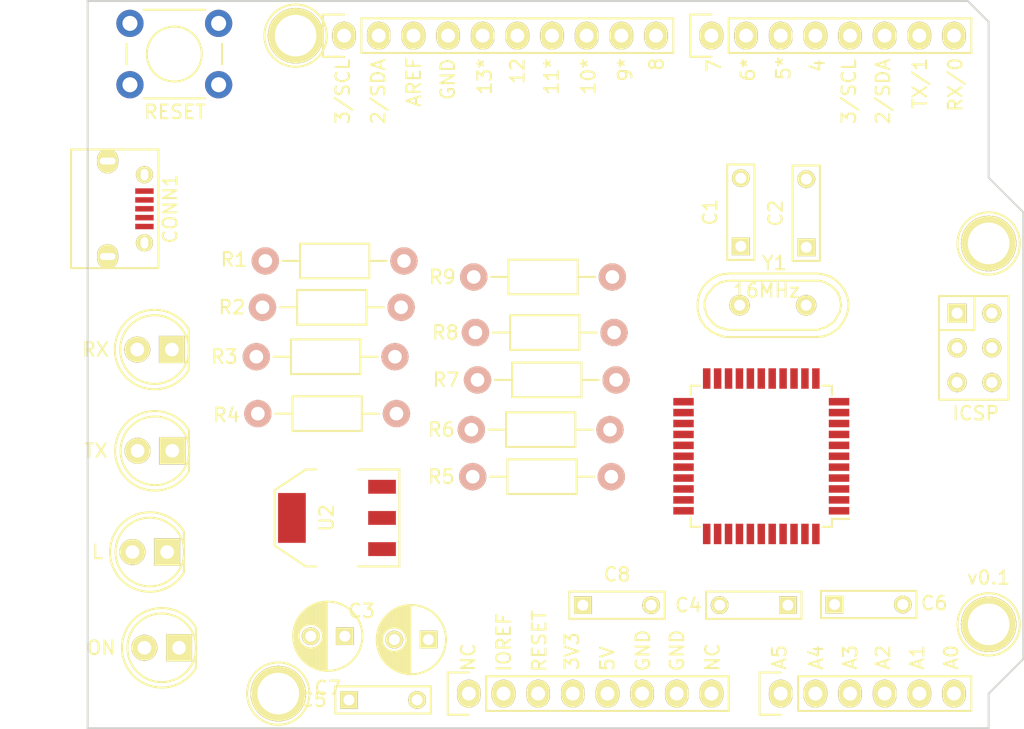
<source format=kicad_pcb>
(kicad_pcb (version 4) (host pcbnew 4.0.4+dfsg1-stable)

  (general
    (links 95)
    (no_connects 95)
    (area 110.922999 72.949999 179.653001 126.440001)
    (thickness 1.6)
    (drawings 62)
    (tracks 0)
    (zones 0)
    (modules 35)
    (nets 48)
  )

  (page A4)
  (title_block
    (date "lun. 30 mars 2015")
  )

  (layers
    (0 F.Cu signal)
    (31 B.Cu signal)
    (32 B.Adhes user)
    (33 F.Adhes user)
    (34 B.Paste user)
    (35 F.Paste user)
    (36 B.SilkS user)
    (37 F.SilkS user)
    (38 B.Mask user)
    (39 F.Mask user)
    (40 Dwgs.User user)
    (41 Cmts.User user)
    (42 Eco1.User user)
    (43 Eco2.User user)
    (44 Edge.Cuts user)
    (45 Margin user)
    (46 B.CrtYd user)
    (47 F.CrtYd user)
    (48 B.Fab user)
    (49 F.Fab user)
  )

  (setup
    (last_trace_width 0.4)
    (trace_clearance 0.2)
    (zone_clearance 0.508)
    (zone_45_only no)
    (trace_min 0.2)
    (segment_width 0.15)
    (edge_width 0.15)
    (via_size 0.6)
    (via_drill 0.4)
    (via_min_size 0.4)
    (via_min_drill 0.3)
    (uvia_size 0.3)
    (uvia_drill 0.1)
    (uvias_allowed no)
    (uvia_min_size 0.2)
    (uvia_min_drill 0.1)
    (pcb_text_width 0.15)
    (pcb_text_size 1 1)
    (mod_edge_width 0.15)
    (mod_text_size 1 1)
    (mod_text_width 0.15)
    (pad_size 4.064 4.064)
    (pad_drill 3.048)
    (pad_to_mask_clearance 0)
    (aux_axis_origin 110.998 126.365)
    (grid_origin 110.998 126.365)
    (visible_elements FFFEDF7F)
    (pcbplotparams
      (layerselection 0x00030_80000001)
      (usegerberextensions false)
      (excludeedgelayer true)
      (linewidth 0.100000)
      (plotframeref false)
      (viasonmask false)
      (mode 1)
      (useauxorigin false)
      (hpglpennumber 1)
      (hpglpenspeed 20)
      (hpglpendiameter 15)
      (hpglpenoverlay 2)
      (psnegative false)
      (psa4output false)
      (plotreference true)
      (plotvalue true)
      (plotinvisibletext false)
      (padsonsilk false)
      (subtractmaskfromsilk false)
      (outputformat 1)
      (mirror false)
      (drillshape 1)
      (scaleselection 1)
      (outputdirectory ""))
  )

  (net 0 "")
  (net 1 GND)
  (net 2 /Vin)
  (net 3 /A0)
  (net 4 /A1)
  (net 5 /A2)
  (net 6 /A3)
  (net 7 /AREF)
  (net 8 "Net-(P5-Pad1)")
  (net 9 "Net-(P6-Pad1)")
  (net 10 "Net-(P7-Pad1)")
  (net 11 "Net-(P8-Pad1)")
  (net 12 "Net-(P1-Pad1)")
  (net 13 "Net-(C1-Pad1)")
  (net 14 "Net-(C2-Pad1)")
  (net 15 +5C)
  (net 16 "Net-(CONN1-Pad2)")
  (net 17 "Net-(CONN1-Pad3)")
  (net 18 /MISO)
  (net 19 /SCK)
  (net 20 /MOSI)
  (net 21 /RESET)
  (net 22 "Net-(D3-Pad2)")
  (net 23 "Net-(D4-Pad2)")
  (net 24 /A4)
  (net 25 /A5)
  (net 26 /IO13)
  (net 27 /IO12)
  (net 28 /IO11)
  (net 29 /IO10)
  (net 30 /IO9)
  (net 31 /IO8)
  (net 32 /D7)
  (net 33 /D6)
  (net 34 /D5)
  (net 35 /D4)
  (net 36 /D3)
  (net 37 /D2)
  (net 38 /D1)
  (net 39 /D0)
  (net 40 /D+)
  (net 41 /D-)
  (net 42 /RX_LED)
  (net 43 /TX_LED)
  (net 44 /HWB)
  (net 45 +3V3)
  (net 46 "Net-(D1-Pad1)")
  (net 47 "Net-(D2-Pad1)")

  (net_class Default "This is the default net class."
    (clearance 0.2)
    (trace_width 0.4)
    (via_dia 0.6)
    (via_drill 0.4)
    (uvia_dia 0.3)
    (uvia_drill 0.1)
    (add_net +3V3)
    (add_net +5C)
    (add_net /A0)
    (add_net /A1)
    (add_net /A2)
    (add_net /A3)
    (add_net /A4)
    (add_net /A5)
    (add_net /AREF)
    (add_net /D+)
    (add_net /D-)
    (add_net /D0)
    (add_net /D1)
    (add_net /D2)
    (add_net /D3)
    (add_net /D4)
    (add_net /D5)
    (add_net /D6)
    (add_net /D7)
    (add_net /HWB)
    (add_net /IO10)
    (add_net /IO11)
    (add_net /IO12)
    (add_net /IO13)
    (add_net /IO8)
    (add_net /IO9)
    (add_net /MISO)
    (add_net /MOSI)
    (add_net /RESET)
    (add_net /RX_LED)
    (add_net /SCK)
    (add_net /TX_LED)
    (add_net /Vin)
    (add_net GND)
    (add_net "Net-(C1-Pad1)")
    (add_net "Net-(C2-Pad1)")
    (add_net "Net-(CONN1-Pad2)")
    (add_net "Net-(CONN1-Pad3)")
    (add_net "Net-(D1-Pad1)")
    (add_net "Net-(D2-Pad1)")
    (add_net "Net-(D3-Pad2)")
    (add_net "Net-(D4-Pad2)")
    (add_net "Net-(P1-Pad1)")
    (add_net "Net-(P5-Pad1)")
    (add_net "Net-(P6-Pad1)")
    (add_net "Net-(P7-Pad1)")
    (add_net "Net-(P8-Pad1)")
  )

  (module Crystals:Crystal_HC49-U_Vertical (layer F.Cu) (tedit 5838258C) (tstamp 5836F3B0)
    (at 161.223 95.34)
    (descr "Crystal Quarz HC49/U vertical stehend")
    (tags "Crystal Quarz HC49/U vertical stehend")
    (path /57203F09)
    (fp_text reference Y1 (at 0.1 -3.1) (layer F.SilkS)
      (effects (font (size 1 1) (thickness 0.15)))
    )
    (fp_text value 16MHz (at 8.3 0.1) (layer F.Fab)
      (effects (font (size 1 1) (thickness 0.15)))
    )
    (fp_line (start 4.699 -1.00076) (end 4.89966 -0.59944) (layer F.SilkS) (width 0.15))
    (fp_line (start 4.89966 -0.59944) (end 5.00126 0) (layer F.SilkS) (width 0.15))
    (fp_line (start 5.00126 0) (end 4.89966 0.50038) (layer F.SilkS) (width 0.15))
    (fp_line (start 4.89966 0.50038) (end 4.50088 1.19888) (layer F.SilkS) (width 0.15))
    (fp_line (start 4.50088 1.19888) (end 3.8989 1.6002) (layer F.SilkS) (width 0.15))
    (fp_line (start 3.8989 1.6002) (end 3.29946 1.80086) (layer F.SilkS) (width 0.15))
    (fp_line (start 3.29946 1.80086) (end -3.29946 1.80086) (layer F.SilkS) (width 0.15))
    (fp_line (start -3.29946 1.80086) (end -4.0005 1.6002) (layer F.SilkS) (width 0.15))
    (fp_line (start -4.0005 1.6002) (end -4.39928 1.30048) (layer F.SilkS) (width 0.15))
    (fp_line (start -4.39928 1.30048) (end -4.8006 0.8001) (layer F.SilkS) (width 0.15))
    (fp_line (start -4.8006 0.8001) (end -5.00126 0.20066) (layer F.SilkS) (width 0.15))
    (fp_line (start -5.00126 0.20066) (end -5.00126 -0.29972) (layer F.SilkS) (width 0.15))
    (fp_line (start -5.00126 -0.29972) (end -4.8006 -0.8001) (layer F.SilkS) (width 0.15))
    (fp_line (start -4.8006 -0.8001) (end -4.30022 -1.39954) (layer F.SilkS) (width 0.15))
    (fp_line (start -4.30022 -1.39954) (end -3.79984 -1.69926) (layer F.SilkS) (width 0.15))
    (fp_line (start -3.79984 -1.69926) (end -3.29946 -1.80086) (layer F.SilkS) (width 0.15))
    (fp_line (start -3.2004 -1.80086) (end 3.40106 -1.80086) (layer F.SilkS) (width 0.15))
    (fp_line (start 3.40106 -1.80086) (end 3.79984 -1.69926) (layer F.SilkS) (width 0.15))
    (fp_line (start 3.79984 -1.69926) (end 4.30022 -1.39954) (layer F.SilkS) (width 0.15))
    (fp_line (start 4.30022 -1.39954) (end 4.8006 -0.89916) (layer F.SilkS) (width 0.15))
    (fp_line (start -3.19024 -2.32918) (end -3.64998 -2.28092) (layer F.SilkS) (width 0.15))
    (fp_line (start -3.64998 -2.28092) (end -4.04876 -2.16916) (layer F.SilkS) (width 0.15))
    (fp_line (start -4.04876 -2.16916) (end -4.48056 -1.95072) (layer F.SilkS) (width 0.15))
    (fp_line (start -4.48056 -1.95072) (end -4.77012 -1.71958) (layer F.SilkS) (width 0.15))
    (fp_line (start -4.77012 -1.71958) (end -5.10032 -1.36906) (layer F.SilkS) (width 0.15))
    (fp_line (start -5.10032 -1.36906) (end -5.38988 -0.83058) (layer F.SilkS) (width 0.15))
    (fp_line (start -5.38988 -0.83058) (end -5.51942 -0.23114) (layer F.SilkS) (width 0.15))
    (fp_line (start -5.51942 -0.23114) (end -5.51942 0.2794) (layer F.SilkS) (width 0.15))
    (fp_line (start -5.51942 0.2794) (end -5.34924 0.98044) (layer F.SilkS) (width 0.15))
    (fp_line (start -5.34924 0.98044) (end -4.95046 1.56972) (layer F.SilkS) (width 0.15))
    (fp_line (start -4.95046 1.56972) (end -4.49072 1.94056) (layer F.SilkS) (width 0.15))
    (fp_line (start -4.49072 1.94056) (end -4.06908 2.14884) (layer F.SilkS) (width 0.15))
    (fp_line (start -4.06908 2.14884) (end -3.6195 2.30886) (layer F.SilkS) (width 0.15))
    (fp_line (start -3.6195 2.30886) (end -3.18008 2.33934) (layer F.SilkS) (width 0.15))
    (fp_line (start 4.16052 2.1209) (end 4.53898 1.89992) (layer F.SilkS) (width 0.15))
    (fp_line (start 4.53898 1.89992) (end 4.85902 1.62052) (layer F.SilkS) (width 0.15))
    (fp_line (start 4.85902 1.62052) (end 5.11048 1.29032) (layer F.SilkS) (width 0.15))
    (fp_line (start 5.11048 1.29032) (end 5.4102 0.73914) (layer F.SilkS) (width 0.15))
    (fp_line (start 5.4102 0.73914) (end 5.51942 0.26924) (layer F.SilkS) (width 0.15))
    (fp_line (start 5.51942 0.26924) (end 5.53974 -0.1905) (layer F.SilkS) (width 0.15))
    (fp_line (start 5.53974 -0.1905) (end 5.45084 -0.65024) (layer F.SilkS) (width 0.15))
    (fp_line (start 5.45084 -0.65024) (end 5.26034 -1.09982) (layer F.SilkS) (width 0.15))
    (fp_line (start 5.26034 -1.09982) (end 4.89966 -1.56972) (layer F.SilkS) (width 0.15))
    (fp_line (start 4.89966 -1.56972) (end 4.54914 -1.88976) (layer F.SilkS) (width 0.15))
    (fp_line (start 4.54914 -1.88976) (end 4.16052 -2.1209) (layer F.SilkS) (width 0.15))
    (fp_line (start 4.16052 -2.1209) (end 3.73126 -2.2606) (layer F.SilkS) (width 0.15))
    (fp_line (start 3.73126 -2.2606) (end 3.2893 -2.32918) (layer F.SilkS) (width 0.15))
    (fp_line (start -3.2004 2.32918) (end 3.2512 2.32918) (layer F.SilkS) (width 0.15))
    (fp_line (start 3.2512 2.32918) (end 3.6703 2.29108) (layer F.SilkS) (width 0.15))
    (fp_line (start 3.6703 2.29108) (end 4.16052 2.1209) (layer F.SilkS) (width 0.15))
    (fp_line (start -3.2004 -2.32918) (end 3.2512 -2.32918) (layer F.SilkS) (width 0.15))
    (pad 1 thru_hole circle (at -2.44094 0) (size 1.50114 1.50114) (drill 0.8001) (layers *.Cu *.Mask F.SilkS)
      (net 13 "Net-(C1-Pad1)"))
    (pad 2 thru_hole circle (at 2.44094 0) (size 1.50114 1.50114) (drill 0.8001) (layers *.Cu *.Mask F.SilkS)
      (net 14 "Net-(C2-Pad1)"))
  )

  (module Socket_Arduino_Uno:Socket_Strip_Arduino_1x08 locked (layer F.Cu) (tedit 5838245B) (tstamp 551AF9EA)
    (at 138.938 123.825)
    (descr "Through hole socket strip")
    (tags "socket strip")
    (path /5517C2C1)
    (fp_text reference P1 (at 8.89 -2.54) (layer F.SilkS) hide
      (effects (font (size 1 1) (thickness 0.15)))
    )
    (fp_text value Power (at 8.89 -4.064) (layer F.Fab)
      (effects (font (size 1 1) (thickness 0.15)))
    )
    (fp_line (start -1.75 -1.75) (end -1.75 1.75) (layer F.CrtYd) (width 0.05))
    (fp_line (start 19.55 -1.75) (end 19.55 1.75) (layer F.CrtYd) (width 0.05))
    (fp_line (start -1.75 -1.75) (end 19.55 -1.75) (layer F.CrtYd) (width 0.05))
    (fp_line (start -1.75 1.75) (end 19.55 1.75) (layer F.CrtYd) (width 0.05))
    (fp_line (start 1.27 1.27) (end 19.05 1.27) (layer F.SilkS) (width 0.15))
    (fp_line (start 19.05 1.27) (end 19.05 -1.27) (layer F.SilkS) (width 0.15))
    (fp_line (start 19.05 -1.27) (end 1.27 -1.27) (layer F.SilkS) (width 0.15))
    (fp_line (start -1.55 1.55) (end 0 1.55) (layer F.SilkS) (width 0.15))
    (fp_line (start 1.27 1.27) (end 1.27 -1.27) (layer F.SilkS) (width 0.15))
    (fp_line (start 0 -1.55) (end -1.55 -1.55) (layer F.SilkS) (width 0.15))
    (fp_line (start -1.55 -1.55) (end -1.55 1.55) (layer F.SilkS) (width 0.15))
    (pad 1 thru_hole oval (at 0 0) (size 1.7272 2.032) (drill 1.016) (layers *.Cu *.Mask F.SilkS)
      (net 12 "Net-(P1-Pad1)"))
    (pad 2 thru_hole oval (at 2.54 0) (size 1.7272 2.032) (drill 1.016) (layers *.Cu *.Mask F.SilkS)
      (net 15 +5C))
    (pad 3 thru_hole oval (at 5.08 0) (size 1.7272 2.032) (drill 1.016) (layers *.Cu *.Mask F.SilkS)
      (net 21 /RESET))
    (pad 4 thru_hole oval (at 7.62 0) (size 1.7272 2.032) (drill 1.016) (layers *.Cu *.Mask F.SilkS)
      (net 45 +3V3))
    (pad 5 thru_hole oval (at 10.16 0) (size 1.7272 2.032) (drill 1.016) (layers *.Cu *.Mask F.SilkS)
      (net 15 +5C))
    (pad 6 thru_hole oval (at 12.7 0) (size 1.7272 2.032) (drill 1.016) (layers *.Cu *.Mask F.SilkS)
      (net 1 GND))
    (pad 7 thru_hole oval (at 15.24 0) (size 1.7272 2.032) (drill 1.016) (layers *.Cu *.Mask F.SilkS)
      (net 1 GND))
    (pad 8 thru_hole oval (at 17.78 0) (size 1.7272 2.032) (drill 1.016) (layers *.Cu *.Mask F.SilkS)
      (net 2 /Vin))
    (model ${KIPRJMOD}/Socket_Arduino_Uno.3dshapes/Socket_header_Arduino_1x08.wrl
      (at (xyz 0.35 0 0))
      (scale (xyz 1 1 1))
      (rotate (xyz 0 0 180))
    )
  )

  (module Socket_Arduino_Uno:Socket_Strip_Arduino_1x06 locked (layer F.Cu) (tedit 58382463) (tstamp 551AF9FF)
    (at 161.798 123.825)
    (descr "Through hole socket strip")
    (tags "socket strip")
    (path /5517C323)
    (fp_text reference P2 (at 6.604 -2.54) (layer F.SilkS) hide
      (effects (font (size 1 1) (thickness 0.15)))
    )
    (fp_text value Analog (at 6.604 -4.064) (layer F.Fab)
      (effects (font (size 1 1) (thickness 0.15)))
    )
    (fp_line (start -1.75 -1.75) (end -1.75 1.75) (layer F.CrtYd) (width 0.05))
    (fp_line (start 14.45 -1.75) (end 14.45 1.75) (layer F.CrtYd) (width 0.05))
    (fp_line (start -1.75 -1.75) (end 14.45 -1.75) (layer F.CrtYd) (width 0.05))
    (fp_line (start -1.75 1.75) (end 14.45 1.75) (layer F.CrtYd) (width 0.05))
    (fp_line (start 1.27 1.27) (end 13.97 1.27) (layer F.SilkS) (width 0.15))
    (fp_line (start 13.97 1.27) (end 13.97 -1.27) (layer F.SilkS) (width 0.15))
    (fp_line (start 13.97 -1.27) (end 1.27 -1.27) (layer F.SilkS) (width 0.15))
    (fp_line (start -1.55 1.55) (end 0 1.55) (layer F.SilkS) (width 0.15))
    (fp_line (start 1.27 1.27) (end 1.27 -1.27) (layer F.SilkS) (width 0.15))
    (fp_line (start 0 -1.55) (end -1.55 -1.55) (layer F.SilkS) (width 0.15))
    (fp_line (start -1.55 -1.55) (end -1.55 1.55) (layer F.SilkS) (width 0.15))
    (pad 1 thru_hole oval (at 0 0) (size 1.7272 2.032) (drill 1.016) (layers *.Cu *.Mask F.SilkS)
      (net 25 /A5))
    (pad 2 thru_hole oval (at 2.54 0) (size 1.7272 2.032) (drill 1.016) (layers *.Cu *.Mask F.SilkS)
      (net 24 /A4))
    (pad 3 thru_hole oval (at 5.08 0) (size 1.7272 2.032) (drill 1.016) (layers *.Cu *.Mask F.SilkS)
      (net 6 /A3))
    (pad 4 thru_hole oval (at 7.62 0) (size 1.7272 2.032) (drill 1.016) (layers *.Cu *.Mask F.SilkS)
      (net 5 /A2))
    (pad 5 thru_hole oval (at 10.16 0) (size 1.7272 2.032) (drill 1.016) (layers *.Cu *.Mask F.SilkS)
      (net 4 /A1))
    (pad 6 thru_hole oval (at 12.7 0) (size 1.7272 2.032) (drill 1.016) (layers *.Cu *.Mask F.SilkS)
      (net 3 /A0))
    (model ${KIPRJMOD}/Socket_Arduino_Uno.3dshapes/Socket_header_Arduino_1x06.wrl
      (at (xyz 0.25 0 0))
      (scale (xyz 1 1 1))
      (rotate (xyz 0 0 180))
    )
  )

  (module Socket_Arduino_Uno:Socket_Strip_Arduino_1x10 locked (layer F.Cu) (tedit 58382508) (tstamp 551AFA18)
    (at 129.794 75.565)
    (descr "Through hole socket strip")
    (tags "socket strip")
    (path /5517C46C)
    (fp_text reference P3 (at 11.43 2.794) (layer F.SilkS) hide
      (effects (font (size 1 1) (thickness 0.15)))
    )
    (fp_text value Digital (at 11.43 4.318) (layer F.Fab)
      (effects (font (size 1 1) (thickness 0.15)))
    )
    (fp_line (start -1.75 -1.75) (end -1.75 1.75) (layer F.CrtYd) (width 0.05))
    (fp_line (start 24.65 -1.75) (end 24.65 1.75) (layer F.CrtYd) (width 0.05))
    (fp_line (start -1.75 -1.75) (end 24.65 -1.75) (layer F.CrtYd) (width 0.05))
    (fp_line (start -1.75 1.75) (end 24.65 1.75) (layer F.CrtYd) (width 0.05))
    (fp_line (start 1.27 1.27) (end 24.13 1.27) (layer F.SilkS) (width 0.15))
    (fp_line (start 24.13 1.27) (end 24.13 -1.27) (layer F.SilkS) (width 0.15))
    (fp_line (start 24.13 -1.27) (end 1.27 -1.27) (layer F.SilkS) (width 0.15))
    (fp_line (start -1.55 1.55) (end 0 1.55) (layer F.SilkS) (width 0.15))
    (fp_line (start 1.27 1.27) (end 1.27 -1.27) (layer F.SilkS) (width 0.15))
    (fp_line (start 0 -1.55) (end -1.55 -1.55) (layer F.SilkS) (width 0.15))
    (fp_line (start -1.55 -1.55) (end -1.55 1.55) (layer F.SilkS) (width 0.15))
    (pad 1 thru_hole oval (at 0 0) (size 1.7272 2.032) (drill 1.016) (layers *.Cu *.Mask F.SilkS)
      (net 36 /D3))
    (pad 2 thru_hole oval (at 2.54 0) (size 1.7272 2.032) (drill 1.016) (layers *.Cu *.Mask F.SilkS)
      (net 37 /D2))
    (pad 3 thru_hole oval (at 5.08 0) (size 1.7272 2.032) (drill 1.016) (layers *.Cu *.Mask F.SilkS)
      (net 7 /AREF))
    (pad 4 thru_hole oval (at 7.62 0) (size 1.7272 2.032) (drill 1.016) (layers *.Cu *.Mask F.SilkS)
      (net 1 GND))
    (pad 5 thru_hole oval (at 10.16 0) (size 1.7272 2.032) (drill 1.016) (layers *.Cu *.Mask F.SilkS)
      (net 26 /IO13))
    (pad 6 thru_hole oval (at 12.7 0) (size 1.7272 2.032) (drill 1.016) (layers *.Cu *.Mask F.SilkS)
      (net 27 /IO12))
    (pad 7 thru_hole oval (at 15.24 0) (size 1.7272 2.032) (drill 1.016) (layers *.Cu *.Mask F.SilkS)
      (net 28 /IO11))
    (pad 8 thru_hole oval (at 17.78 0) (size 1.7272 2.032) (drill 1.016) (layers *.Cu *.Mask F.SilkS)
      (net 29 /IO10))
    (pad 9 thru_hole oval (at 20.32 0) (size 1.7272 2.032) (drill 1.016) (layers *.Cu *.Mask F.SilkS)
      (net 30 /IO9))
    (pad 10 thru_hole oval (at 22.86 0) (size 1.7272 2.032) (drill 1.016) (layers *.Cu *.Mask F.SilkS)
      (net 31 /IO8))
    (model ${KIPRJMOD}/Socket_Arduino_Uno.3dshapes/Socket_header_Arduino_1x10.wrl
      (at (xyz 0.45 0 0))
      (scale (xyz 1 1 1))
      (rotate (xyz 0 0 180))
    )
  )

  (module Socket_Arduino_Uno:Socket_Strip_Arduino_1x08 locked (layer F.Cu) (tedit 58382527) (tstamp 551AFA2F)
    (at 156.718 75.565)
    (descr "Through hole socket strip")
    (tags "socket strip")
    (path /5517C366)
    (fp_text reference P4 (at 8.89 2.794) (layer F.SilkS) hide
      (effects (font (size 1 1) (thickness 0.15)))
    )
    (fp_text value Digital (at 8.89 4.318) (layer F.Fab)
      (effects (font (size 1 1) (thickness 0.15)))
    )
    (fp_line (start -1.75 -1.75) (end -1.75 1.75) (layer F.CrtYd) (width 0.05))
    (fp_line (start 19.55 -1.75) (end 19.55 1.75) (layer F.CrtYd) (width 0.05))
    (fp_line (start -1.75 -1.75) (end 19.55 -1.75) (layer F.CrtYd) (width 0.05))
    (fp_line (start -1.75 1.75) (end 19.55 1.75) (layer F.CrtYd) (width 0.05))
    (fp_line (start 1.27 1.27) (end 19.05 1.27) (layer F.SilkS) (width 0.15))
    (fp_line (start 19.05 1.27) (end 19.05 -1.27) (layer F.SilkS) (width 0.15))
    (fp_line (start 19.05 -1.27) (end 1.27 -1.27) (layer F.SilkS) (width 0.15))
    (fp_line (start -1.55 1.55) (end 0 1.55) (layer F.SilkS) (width 0.15))
    (fp_line (start 1.27 1.27) (end 1.27 -1.27) (layer F.SilkS) (width 0.15))
    (fp_line (start 0 -1.55) (end -1.55 -1.55) (layer F.SilkS) (width 0.15))
    (fp_line (start -1.55 -1.55) (end -1.55 1.55) (layer F.SilkS) (width 0.15))
    (pad 1 thru_hole oval (at 0 0) (size 1.7272 2.032) (drill 1.016) (layers *.Cu *.Mask F.SilkS)
      (net 32 /D7))
    (pad 2 thru_hole oval (at 2.54 0) (size 1.7272 2.032) (drill 1.016) (layers *.Cu *.Mask F.SilkS)
      (net 33 /D6))
    (pad 3 thru_hole oval (at 5.08 0) (size 1.7272 2.032) (drill 1.016) (layers *.Cu *.Mask F.SilkS)
      (net 34 /D5))
    (pad 4 thru_hole oval (at 7.62 0) (size 1.7272 2.032) (drill 1.016) (layers *.Cu *.Mask F.SilkS)
      (net 35 /D4))
    (pad 5 thru_hole oval (at 10.16 0) (size 1.7272 2.032) (drill 1.016) (layers *.Cu *.Mask F.SilkS)
      (net 36 /D3))
    (pad 6 thru_hole oval (at 12.7 0) (size 1.7272 2.032) (drill 1.016) (layers *.Cu *.Mask F.SilkS)
      (net 37 /D2))
    (pad 7 thru_hole oval (at 15.24 0) (size 1.7272 2.032) (drill 1.016) (layers *.Cu *.Mask F.SilkS)
      (net 38 /D1))
    (pad 8 thru_hole oval (at 17.78 0) (size 1.7272 2.032) (drill 1.016) (layers *.Cu *.Mask F.SilkS)
      (net 39 /D0))
    (model ${KIPRJMOD}/Socket_Arduino_Uno.3dshapes/Socket_header_Arduino_1x08.wrl
      (at (xyz 0.35 0 0))
      (scale (xyz 1 1 1))
      (rotate (xyz 0 0 180))
    )
  )

  (module Socket_Arduino_Uno:Arduino_1pin locked (layer F.Cu) (tedit 5524FC39) (tstamp 5524FC3F)
    (at 124.968 123.825)
    (descr "module 1 pin (ou trou mecanique de percage)")
    (tags DEV)
    (path /551BBC06)
    (fp_text reference P5 (at 0 -3.048) (layer F.SilkS) hide
      (effects (font (size 1 1) (thickness 0.15)))
    )
    (fp_text value CONN_1 (at 0 2.794) (layer F.Fab) hide
      (effects (font (size 1 1) (thickness 0.15)))
    )
    (fp_circle (center 0 0) (end 0 -2.286) (layer F.SilkS) (width 0.15))
    (pad 1 thru_hole circle (at 0 0) (size 4.064 4.064) (drill 3.048) (layers *.Cu *.Mask F.SilkS)
      (net 8 "Net-(P5-Pad1)"))
  )

  (module Socket_Arduino_Uno:Arduino_1pin locked (layer F.Cu) (tedit 5524FC4A) (tstamp 5524FC44)
    (at 177.038 118.745)
    (descr "module 1 pin (ou trou mecanique de percage)")
    (tags DEV)
    (path /551BBD10)
    (fp_text reference P6 (at 0 -3.048) (layer F.SilkS) hide
      (effects (font (size 1 1) (thickness 0.15)))
    )
    (fp_text value CONN_1 (at 0 2.794) (layer F.Fab) hide
      (effects (font (size 1 1) (thickness 0.15)))
    )
    (fp_circle (center 0 0) (end 0 -2.286) (layer F.SilkS) (width 0.15))
    (pad 1 thru_hole circle (at 0 0) (size 4.064 4.064) (drill 3.048) (layers *.Cu *.Mask F.SilkS)
      (net 9 "Net-(P6-Pad1)"))
  )

  (module Socket_Arduino_Uno:Arduino_1pin locked (layer F.Cu) (tedit 5524FC2F) (tstamp 5524FC49)
    (at 126.238 75.565)
    (descr "module 1 pin (ou trou mecanique de percage)")
    (tags DEV)
    (path /551BBD30)
    (fp_text reference P7 (at 0 -3.048) (layer F.SilkS) hide
      (effects (font (size 1 1) (thickness 0.15)))
    )
    (fp_text value CONN_1 (at 0 2.794) (layer F.Fab) hide
      (effects (font (size 1 1) (thickness 0.15)))
    )
    (fp_circle (center 0 0) (end 0 -2.286) (layer F.SilkS) (width 0.15))
    (pad 1 thru_hole circle (at 0 0) (size 4.064 4.064) (drill 3.048) (layers *.Cu *.Mask F.SilkS)
      (net 10 "Net-(P7-Pad1)"))
  )

  (module Socket_Arduino_Uno:Arduino_1pin locked (layer F.Cu) (tedit 5524FC41) (tstamp 5524FC4E)
    (at 177.038 90.805)
    (descr "module 1 pin (ou trou mecanique de percage)")
    (tags DEV)
    (path /551BBD52)
    (fp_text reference P8 (at 0 -3.048) (layer F.SilkS) hide
      (effects (font (size 1 1) (thickness 0.15)))
    )
    (fp_text value CONN_1 (at 0 2.794) (layer F.Fab) hide
      (effects (font (size 1 1) (thickness 0.15)))
    )
    (fp_circle (center 0 0) (end 0 -2.286) (layer F.SilkS) (width 0.15))
    (pad 1 thru_hole circle (at 0 0) (size 4.064 4.064) (drill 3.048) (layers *.Cu *.Mask F.SilkS)
      (net 11 "Net-(P8-Pad1)"))
  )

  (module Capacitors_ThroughHole:C_Rect_L7_W2_P5 (layer F.Cu) (tedit 0) (tstamp 5836F1C1)
    (at 158.873 91.015 90)
    (descr "Film Capacitor Length 7 x Width 2mm, Pitch 5mm")
    (tags Capacitor)
    (path /57203F89)
    (fp_text reference C1 (at 2.5 -2.25 90) (layer F.SilkS)
      (effects (font (size 1 1) (thickness 0.15)))
    )
    (fp_text value 22P (at 2.5 2.5 90) (layer F.Fab)
      (effects (font (size 1 1) (thickness 0.15)))
    )
    (fp_line (start -1.25 -1.25) (end 6.25 -1.25) (layer F.CrtYd) (width 0.05))
    (fp_line (start 6.25 -1.25) (end 6.25 1.25) (layer F.CrtYd) (width 0.05))
    (fp_line (start 6.25 1.25) (end -1.25 1.25) (layer F.CrtYd) (width 0.05))
    (fp_line (start -1.25 1.25) (end -1.25 -1.25) (layer F.CrtYd) (width 0.05))
    (fp_line (start -1 -1) (end 6 -1) (layer F.SilkS) (width 0.15))
    (fp_line (start 6 -1) (end 6 1) (layer F.SilkS) (width 0.15))
    (fp_line (start 6 1) (end -1 1) (layer F.SilkS) (width 0.15))
    (fp_line (start -1 1) (end -1 -1) (layer F.SilkS) (width 0.15))
    (pad 1 thru_hole rect (at 0 0 90) (size 1.3 1.3) (drill 0.8) (layers *.Cu *.Mask F.SilkS)
      (net 13 "Net-(C1-Pad1)"))
    (pad 2 thru_hole circle (at 5 0 90) (size 1.3 1.3) (drill 0.8) (layers *.Cu *.Mask F.SilkS)
      (net 1 GND))
    (model Capacitors_ThroughHole.3dshapes/C_Rect_L7_W2_P5.wrl
      (at (xyz 0.098425 0 0))
      (scale (xyz 1 1 1))
      (rotate (xyz 0 0 0))
    )
  )

  (module Capacitors_ThroughHole:C_Rect_L7_W2_P5 (layer F.Cu) (tedit 0) (tstamp 5836F1CF)
    (at 163.673 91.09 90)
    (descr "Film Capacitor Length 7 x Width 2mm, Pitch 5mm")
    (tags Capacitor)
    (path /57203FD8)
    (fp_text reference C2 (at 2.5 -2.25 90) (layer F.SilkS)
      (effects (font (size 1 1) (thickness 0.15)))
    )
    (fp_text value 22P (at 2.5 2.5 90) (layer F.Fab)
      (effects (font (size 1 1) (thickness 0.15)))
    )
    (fp_line (start -1.25 -1.25) (end 6.25 -1.25) (layer F.CrtYd) (width 0.05))
    (fp_line (start 6.25 -1.25) (end 6.25 1.25) (layer F.CrtYd) (width 0.05))
    (fp_line (start 6.25 1.25) (end -1.25 1.25) (layer F.CrtYd) (width 0.05))
    (fp_line (start -1.25 1.25) (end -1.25 -1.25) (layer F.CrtYd) (width 0.05))
    (fp_line (start -1 -1) (end 6 -1) (layer F.SilkS) (width 0.15))
    (fp_line (start 6 -1) (end 6 1) (layer F.SilkS) (width 0.15))
    (fp_line (start 6 1) (end -1 1) (layer F.SilkS) (width 0.15))
    (fp_line (start -1 1) (end -1 -1) (layer F.SilkS) (width 0.15))
    (pad 1 thru_hole rect (at 0 0 90) (size 1.3 1.3) (drill 0.8) (layers *.Cu *.Mask F.SilkS)
      (net 14 "Net-(C2-Pad1)"))
    (pad 2 thru_hole circle (at 5 0 90) (size 1.3 1.3) (drill 0.8) (layers *.Cu *.Mask F.SilkS)
      (net 1 GND))
    (model Capacitors_ThroughHole.3dshapes/C_Rect_L7_W2_P5.wrl
      (at (xyz 0.098425 0 0))
      (scale (xyz 1 1 1))
      (rotate (xyz 0 0 0))
    )
  )

  (module Capacitors_ThroughHole:C_Radial_D5_L11_P2.5 (layer F.Cu) (tedit 58382436) (tstamp 5836F1F7)
    (at 135.973 119.865 180)
    (descr "Radial Electrolytic Capacitor Diameter 5mm x Length 11mm, Pitch 2.5mm")
    (tags "Electrolytic Capacitor")
    (path /572084AD)
    (fp_text reference C3 (at 4.9 2.1 180) (layer F.SilkS)
      (effects (font (size 1 1) (thickness 0.15)))
    )
    (fp_text value 22uF (at 1.1 3.5 180) (layer F.Fab)
      (effects (font (size 1 1) (thickness 0.15)))
    )
    (fp_line (start 1.325 -2.499) (end 1.325 2.499) (layer F.SilkS) (width 0.15))
    (fp_line (start 1.465 -2.491) (end 1.465 2.491) (layer F.SilkS) (width 0.15))
    (fp_line (start 1.605 -2.475) (end 1.605 -0.095) (layer F.SilkS) (width 0.15))
    (fp_line (start 1.605 0.095) (end 1.605 2.475) (layer F.SilkS) (width 0.15))
    (fp_line (start 1.745 -2.451) (end 1.745 -0.49) (layer F.SilkS) (width 0.15))
    (fp_line (start 1.745 0.49) (end 1.745 2.451) (layer F.SilkS) (width 0.15))
    (fp_line (start 1.885 -2.418) (end 1.885 -0.657) (layer F.SilkS) (width 0.15))
    (fp_line (start 1.885 0.657) (end 1.885 2.418) (layer F.SilkS) (width 0.15))
    (fp_line (start 2.025 -2.377) (end 2.025 -0.764) (layer F.SilkS) (width 0.15))
    (fp_line (start 2.025 0.764) (end 2.025 2.377) (layer F.SilkS) (width 0.15))
    (fp_line (start 2.165 -2.327) (end 2.165 -0.835) (layer F.SilkS) (width 0.15))
    (fp_line (start 2.165 0.835) (end 2.165 2.327) (layer F.SilkS) (width 0.15))
    (fp_line (start 2.305 -2.266) (end 2.305 -0.879) (layer F.SilkS) (width 0.15))
    (fp_line (start 2.305 0.879) (end 2.305 2.266) (layer F.SilkS) (width 0.15))
    (fp_line (start 2.445 -2.196) (end 2.445 -0.898) (layer F.SilkS) (width 0.15))
    (fp_line (start 2.445 0.898) (end 2.445 2.196) (layer F.SilkS) (width 0.15))
    (fp_line (start 2.585 -2.114) (end 2.585 -0.896) (layer F.SilkS) (width 0.15))
    (fp_line (start 2.585 0.896) (end 2.585 2.114) (layer F.SilkS) (width 0.15))
    (fp_line (start 2.725 -2.019) (end 2.725 -0.871) (layer F.SilkS) (width 0.15))
    (fp_line (start 2.725 0.871) (end 2.725 2.019) (layer F.SilkS) (width 0.15))
    (fp_line (start 2.865 -1.908) (end 2.865 -0.823) (layer F.SilkS) (width 0.15))
    (fp_line (start 2.865 0.823) (end 2.865 1.908) (layer F.SilkS) (width 0.15))
    (fp_line (start 3.005 -1.78) (end 3.005 -0.745) (layer F.SilkS) (width 0.15))
    (fp_line (start 3.005 0.745) (end 3.005 1.78) (layer F.SilkS) (width 0.15))
    (fp_line (start 3.145 -1.631) (end 3.145 -0.628) (layer F.SilkS) (width 0.15))
    (fp_line (start 3.145 0.628) (end 3.145 1.631) (layer F.SilkS) (width 0.15))
    (fp_line (start 3.285 -1.452) (end 3.285 -0.44) (layer F.SilkS) (width 0.15))
    (fp_line (start 3.285 0.44) (end 3.285 1.452) (layer F.SilkS) (width 0.15))
    (fp_line (start 3.425 -1.233) (end 3.425 1.233) (layer F.SilkS) (width 0.15))
    (fp_line (start 3.565 -0.944) (end 3.565 0.944) (layer F.SilkS) (width 0.15))
    (fp_line (start 3.705 -0.472) (end 3.705 0.472) (layer F.SilkS) (width 0.15))
    (fp_circle (center 2.5 0) (end 2.5 -0.9) (layer F.SilkS) (width 0.15))
    (fp_circle (center 1.25 0) (end 1.25 -2.5375) (layer F.SilkS) (width 0.15))
    (fp_circle (center 1.25 0) (end 1.25 -2.8) (layer F.CrtYd) (width 0.05))
    (pad 1 thru_hole rect (at 0 0 180) (size 1.3 1.3) (drill 0.8) (layers *.Cu *.Mask F.SilkS)
      (net 15 +5C))
    (pad 2 thru_hole circle (at 2.5 0 180) (size 1.3 1.3) (drill 0.8) (layers *.Cu *.Mask F.SilkS)
      (net 1 GND))
    (model Capacitors_ThroughHole.3dshapes/C_Radial_D5_L11_P2.5.wrl
      (at (xyz 0.049213 0 0))
      (scale (xyz 1 1 1))
      (rotate (xyz 0 0 90))
    )
  )

  (module Capacitors_ThroughHole:C_Rect_L7_W2_P5 (layer F.Cu) (tedit 583825D4) (tstamp 5836F205)
    (at 162.323 117.34 180)
    (descr "Film Capacitor Length 7 x Width 2mm, Pitch 5mm")
    (tags Capacitor)
    (path /57202CF5)
    (fp_text reference C4 (at 7.3 0 180) (layer F.SilkS)
      (effects (font (size 1 1) (thickness 0.15)))
    )
    (fp_text value 100nF (at -3.6 0.1 180) (layer F.Fab)
      (effects (font (size 1 1) (thickness 0.15)))
    )
    (fp_line (start -1.25 -1.25) (end 6.25 -1.25) (layer F.CrtYd) (width 0.05))
    (fp_line (start 6.25 -1.25) (end 6.25 1.25) (layer F.CrtYd) (width 0.05))
    (fp_line (start 6.25 1.25) (end -1.25 1.25) (layer F.CrtYd) (width 0.05))
    (fp_line (start -1.25 1.25) (end -1.25 -1.25) (layer F.CrtYd) (width 0.05))
    (fp_line (start -1 -1) (end 6 -1) (layer F.SilkS) (width 0.15))
    (fp_line (start 6 -1) (end 6 1) (layer F.SilkS) (width 0.15))
    (fp_line (start 6 1) (end -1 1) (layer F.SilkS) (width 0.15))
    (fp_line (start -1 1) (end -1 -1) (layer F.SilkS) (width 0.15))
    (pad 1 thru_hole rect (at 0 0 180) (size 1.3 1.3) (drill 0.8) (layers *.Cu *.Mask F.SilkS)
      (net 7 /AREF))
    (pad 2 thru_hole circle (at 5 0 180) (size 1.3 1.3) (drill 0.8) (layers *.Cu *.Mask F.SilkS)
      (net 1 GND))
    (model Capacitors_ThroughHole.3dshapes/C_Rect_L7_W2_P5.wrl
      (at (xyz 0.098425 0 0))
      (scale (xyz 1 1 1))
      (rotate (xyz 0 0 0))
    )
  )

  (module Capacitors_ThroughHole:C_Rect_L7_W2_P5 (layer F.Cu) (tedit 5838240A) (tstamp 5836F213)
    (at 130.148 124.29)
    (descr "Film Capacitor Length 7 x Width 2mm, Pitch 5mm")
    (tags Capacitor)
    (path /572086FE)
    (fp_text reference C5 (at -2.6 0) (layer F.SilkS)
      (effects (font (size 1 1) (thickness 0.15)))
    )
    (fp_text value 100nF (at 8.6 0) (layer F.Fab)
      (effects (font (size 1 1) (thickness 0.15)))
    )
    (fp_line (start -1.25 -1.25) (end 6.25 -1.25) (layer F.CrtYd) (width 0.05))
    (fp_line (start 6.25 -1.25) (end 6.25 1.25) (layer F.CrtYd) (width 0.05))
    (fp_line (start 6.25 1.25) (end -1.25 1.25) (layer F.CrtYd) (width 0.05))
    (fp_line (start -1.25 1.25) (end -1.25 -1.25) (layer F.CrtYd) (width 0.05))
    (fp_line (start -1 -1) (end 6 -1) (layer F.SilkS) (width 0.15))
    (fp_line (start 6 -1) (end 6 1) (layer F.SilkS) (width 0.15))
    (fp_line (start 6 1) (end -1 1) (layer F.SilkS) (width 0.15))
    (fp_line (start -1 1) (end -1 -1) (layer F.SilkS) (width 0.15))
    (pad 1 thru_hole rect (at 0 0) (size 1.3 1.3) (drill 0.8) (layers *.Cu *.Mask F.SilkS)
      (net 1 GND))
    (pad 2 thru_hole circle (at 5 0) (size 1.3 1.3) (drill 0.8) (layers *.Cu *.Mask F.SilkS)
      (net 15 +5C))
    (model Capacitors_ThroughHole.3dshapes/C_Rect_L7_W2_P5.wrl
      (at (xyz 0.098425 0 0))
      (scale (xyz 1 1 1))
      (rotate (xyz 0 0 0))
    )
  )

  (module Capacitors_ThroughHole:C_Rect_L7_W2_P5 (layer F.Cu) (tedit 583825E8) (tstamp 5836F221)
    (at 165.748 117.29)
    (descr "Film Capacitor Length 7 x Width 2mm, Pitch 5mm")
    (tags Capacitor)
    (path /57202E55)
    (fp_text reference C6 (at 7.3 -0.1) (layer F.SilkS)
      (effects (font (size 1 1) (thickness 0.15)))
    )
    (fp_text value 1uF (at 2.5 2.5) (layer F.Fab)
      (effects (font (size 1 1) (thickness 0.15)))
    )
    (fp_line (start -1.25 -1.25) (end 6.25 -1.25) (layer F.CrtYd) (width 0.05))
    (fp_line (start 6.25 -1.25) (end 6.25 1.25) (layer F.CrtYd) (width 0.05))
    (fp_line (start 6.25 1.25) (end -1.25 1.25) (layer F.CrtYd) (width 0.05))
    (fp_line (start -1.25 1.25) (end -1.25 -1.25) (layer F.CrtYd) (width 0.05))
    (fp_line (start -1 -1) (end 6 -1) (layer F.SilkS) (width 0.15))
    (fp_line (start 6 -1) (end 6 1) (layer F.SilkS) (width 0.15))
    (fp_line (start 6 1) (end -1 1) (layer F.SilkS) (width 0.15))
    (fp_line (start -1 1) (end -1 -1) (layer F.SilkS) (width 0.15))
    (pad 1 thru_hole rect (at 0 0) (size 1.3 1.3) (drill 0.8) (layers *.Cu *.Mask F.SilkS)
      (net 1 GND))
    (pad 2 thru_hole circle (at 5 0) (size 1.3 1.3) (drill 0.8) (layers *.Cu *.Mask F.SilkS)
      (net 15 +5C))
    (model Capacitors_ThroughHole.3dshapes/C_Rect_L7_W2_P5.wrl
      (at (xyz 0.098425 0 0))
      (scale (xyz 1 1 1))
      (rotate (xyz 0 0 0))
    )
  )

  (module SmartEye:USB_Micro-B (layer F.Cu) (tedit 58023628) (tstamp 5836F237)
    (at 113.598 88.265 270)
    (descr "Micro USB Type B Receptacle")
    (tags "USB USB_B USB_micro USB_OTG")
    (path /57207054)
    (attr smd)
    (fp_text reference CONN1 (at 0 -3.45 270) (layer F.SilkS)
      (effects (font (size 1 1) (thickness 0.15)))
    )
    (fp_text value USB_B (at 0 4.8 270) (layer F.Fab)
      (effects (font (size 1 1) (thickness 0.15)))
    )
    (fp_line (start -4.6 -2.8) (end 4.6 -2.8) (layer F.CrtYd) (width 0.05))
    (fp_line (start 4.6 -2.8) (end 4.6 4.05) (layer F.CrtYd) (width 0.05))
    (fp_line (start 4.6 4.05) (end -4.6 4.05) (layer F.CrtYd) (width 0.05))
    (fp_line (start -4.6 4.05) (end -4.6 -2.8) (layer F.CrtYd) (width 0.05))
    (fp_line (start -4.3509 3.81746) (end 4.3491 3.81746) (layer F.SilkS) (width 0.15))
    (fp_line (start -4.3509 -2.58754) (end 4.3491 -2.58754) (layer F.SilkS) (width 0.15))
    (fp_line (start 4.3491 -2.58754) (end 4.3491 3.81746) (layer F.SilkS) (width 0.15))
    (fp_line (start 4.3491 2.58746) (end -4.3509 2.58746) (layer F.SilkS) (width 0.15))
    (fp_line (start -4.3509 3.81746) (end -4.3509 -2.58754) (layer F.SilkS) (width 0.15))
    (pad 1 smd rect (at -1.3009 -1.56254) (size 1.35 0.4) (layers F.Cu F.Paste F.Mask)
      (net 15 +5C))
    (pad 2 smd rect (at -0.6509 -1.56254) (size 1.35 0.4) (layers F.Cu F.Paste F.Mask)
      (net 16 "Net-(CONN1-Pad2)"))
    (pad 3 smd rect (at -0.0009 -1.56254) (size 1.35 0.4) (layers F.Cu F.Paste F.Mask)
      (net 17 "Net-(CONN1-Pad3)"))
    (pad 4 smd rect (at 0.6491 -1.56254) (size 1.35 0.4) (layers F.Cu F.Paste F.Mask)
      (net 1 GND))
    (pad 5 smd rect (at 1.2991 -1.56254) (size 1.35 0.4) (layers F.Cu F.Paste F.Mask)
      (net 1 GND))
    (pad 6 thru_hole oval (at -2.5009 -1.56254) (size 1.25 1.25) (drill oval 0.55 0.85) (layers *.Cu *.Mask F.SilkS))
    (pad 6 thru_hole oval (at 2.4991 -1.56254) (size 1.25 1.25) (drill oval 0.55 0.85) (layers *.Cu *.Mask F.SilkS))
    (pad 6 thru_hole oval (at -3.5009 1.13746) (size 1.55 1.8) (drill oval 1.15 0.5) (layers *.Cu *.Mask F.SilkS))
    (pad 6 thru_hole oval (at 3.4991 1.13746) (size 1.55 1.8) (drill oval 1.15 0.5) (layers *.Cu *.Mask F.SilkS))
  )

  (module Connectors:CONN_2.54mm_2x3 (layer F.Cu) (tedit 583824CF) (tstamp 5836F24A)
    (at 175.998 98.465 180)
    (path /5720344C)
    (fp_text reference CONN2 (at 0 5.2 180) (layer F.SilkS) hide
      (effects (font (thickness 0.3048)))
    )
    (fp_text value ICSP (at 0 -4.9 180) (layer F.SilkS) hide
      (effects (font (thickness 0.3048)))
    )
    (fp_line (start 2.6 1.3) (end 2.6 -3.7) (layer F.SilkS) (width 0.15))
    (fp_line (start 2.6 -3.7) (end 2.6 -3.8) (layer F.SilkS) (width 0.15))
    (fp_line (start 2.6 -3.8) (end -2.5 -3.8) (layer F.SilkS) (width 0.15))
    (fp_line (start -2.5 -3.8) (end -2.5 -3.2) (layer F.SilkS) (width 0.15))
    (fp_line (start 0 1.3) (end 0 3.8) (layer F.SilkS) (width 0.15))
    (fp_line (start 0 1.3) (end 2.6 1.3) (layer F.SilkS) (width 0.15))
    (fp_line (start 2.6 1.3) (end 2.6 3.8) (layer F.SilkS) (width 0.15))
    (fp_line (start 2.6 3.8) (end -2.5 3.8) (layer F.SilkS) (width 0.15))
    (fp_line (start -2.5 3.8) (end -2.5 -3.1) (layer F.SilkS) (width 0.15))
    (pad 1 thru_hole rect (at 1.27 2.54 180) (size 1.397 1.397) (drill 0.8128) (layers *.Cu *.Mask F.SilkS)
      (net 18 /MISO))
    (pad 2 thru_hole circle (at -1.27 2.54 180) (size 1.397 1.397) (drill 0.8128) (layers *.Cu *.Mask F.SilkS)
      (net 15 +5C))
    (pad 3 thru_hole circle (at 1.27 0 180) (size 1.397 1.397) (drill 0.8128) (layers *.Cu *.Mask F.SilkS)
      (net 19 /SCK))
    (pad 4 thru_hole circle (at -1.27 0 180) (size 1.397 1.397) (drill 0.8128) (layers *.Cu *.Mask F.SilkS)
      (net 20 /MOSI))
    (pad 5 thru_hole circle (at 1.27 -2.54 180) (size 1.397 1.397) (drill 0.8128) (layers *.Cu *.Mask F.SilkS)
      (net 21 /RESET))
    (pad 6 thru_hole circle (at -1.27 -2.54 180) (size 1.397 1.397) (drill 0.8128) (layers *.Cu *.Mask F.SilkS)
      (net 1 GND))
  )

  (module LEDs:LED-5MM (layer F.Cu) (tedit 58381F21) (tstamp 5836F256)
    (at 117.173 98.59 180)
    (descr "LED 5mm round vertical")
    (tags "LED 5mm round vertical")
    (path /57206230)
    (fp_text reference D1 (at 1.524 4.064 180) (layer F.SilkS) hide
      (effects (font (size 1 1) (thickness 0.15)))
    )
    (fp_text value RX (at 1.524 -3.937 180) (layer F.Fab)
      (effects (font (size 1 1) (thickness 0.15)))
    )
    (fp_line (start -1.5 -1.55) (end -1.5 1.55) (layer F.CrtYd) (width 0.05))
    (fp_arc (start 1.3 0) (end -1.5 1.55) (angle -302) (layer F.CrtYd) (width 0.05))
    (fp_arc (start 1.27 0) (end -1.23 -1.5) (angle 297.5) (layer F.SilkS) (width 0.15))
    (fp_line (start -1.23 1.5) (end -1.23 -1.5) (layer F.SilkS) (width 0.15))
    (fp_circle (center 1.27 0) (end 0.97 -2.5) (layer F.SilkS) (width 0.15))
    (fp_text user RX (at 5.6 0 180) (layer F.SilkS)
      (effects (font (size 1 1) (thickness 0.15)))
    )
    (pad 1 thru_hole rect (at 0 0 270) (size 2 1.9) (drill 1.00076) (layers *.Cu *.Mask F.SilkS)
      (net 46 "Net-(D1-Pad1)"))
    (pad 2 thru_hole circle (at 2.54 0 180) (size 1.9 1.9) (drill 1.00076) (layers *.Cu *.Mask F.SilkS)
      (net 15 +5C))
    (model LEDs.3dshapes/LED-5MM.wrl
      (at (xyz 0.05 0 0))
      (scale (xyz 1 1 1))
      (rotate (xyz 0 0 90))
    )
  )

  (module LEDs:LED-5MM (layer F.Cu) (tedit 58381F1D) (tstamp 5836F262)
    (at 117.198 106.015 180)
    (descr "LED 5mm round vertical")
    (tags "LED 5mm round vertical")
    (path /572062A6)
    (fp_text reference D2 (at 1.524 4.064 180) (layer F.SilkS) hide
      (effects (font (size 1 1) (thickness 0.15)))
    )
    (fp_text value TX (at 1.524 -3.937 180) (layer F.Fab)
      (effects (font (size 1 1) (thickness 0.15)))
    )
    (fp_line (start -1.5 -1.55) (end -1.5 1.55) (layer F.CrtYd) (width 0.05))
    (fp_arc (start 1.3 0) (end -1.5 1.55) (angle -302) (layer F.CrtYd) (width 0.05))
    (fp_arc (start 1.27 0) (end -1.23 -1.5) (angle 297.5) (layer F.SilkS) (width 0.15))
    (fp_line (start -1.23 1.5) (end -1.23 -1.5) (layer F.SilkS) (width 0.15))
    (fp_circle (center 1.27 0) (end 0.97 -2.5) (layer F.SilkS) (width 0.15))
    (fp_text user TX (at 5.6 0 180) (layer F.SilkS)
      (effects (font (size 1 1) (thickness 0.15)))
    )
    (pad 1 thru_hole rect (at 0 0 270) (size 2 1.9) (drill 1.00076) (layers *.Cu *.Mask F.SilkS)
      (net 47 "Net-(D2-Pad1)"))
    (pad 2 thru_hole circle (at 2.54 0 180) (size 1.9 1.9) (drill 1.00076) (layers *.Cu *.Mask F.SilkS)
      (net 15 +5C))
    (model LEDs.3dshapes/LED-5MM.wrl
      (at (xyz 0.05 0 0))
      (scale (xyz 1 1 1))
      (rotate (xyz 0 0 90))
    )
  )

  (module LEDs:LED-5MM (layer F.Cu) (tedit 58381F16) (tstamp 5836F26E)
    (at 116.823 113.44 180)
    (descr "LED 5mm round vertical")
    (tags "LED 5mm round vertical")
    (path /57206302)
    (fp_text reference D3 (at 1.524 4.064 180) (layer F.SilkS) hide
      (effects (font (size 1 1) (thickness 0.15)))
    )
    (fp_text value L (at 1.524 -3.937 180) (layer F.Fab)
      (effects (font (size 1 1) (thickness 0.15)))
    )
    (fp_line (start -1.5 -1.55) (end -1.5 1.55) (layer F.CrtYd) (width 0.05))
    (fp_arc (start 1.3 0) (end -1.5 1.55) (angle -302) (layer F.CrtYd) (width 0.05))
    (fp_arc (start 1.27 0) (end -1.23 -1.5) (angle 297.5) (layer F.SilkS) (width 0.15))
    (fp_line (start -1.23 1.5) (end -1.23 -1.5) (layer F.SilkS) (width 0.15))
    (fp_circle (center 1.27 0) (end 0.97 -2.5) (layer F.SilkS) (width 0.15))
    (fp_text user L (at 5.1 0 180) (layer F.SilkS)
      (effects (font (size 1 1) (thickness 0.15)))
    )
    (pad 1 thru_hole rect (at 0 0 270) (size 2 1.9) (drill 1.00076) (layers *.Cu *.Mask F.SilkS)
      (net 1 GND))
    (pad 2 thru_hole circle (at 2.54 0 180) (size 1.9 1.9) (drill 1.00076) (layers *.Cu *.Mask F.SilkS)
      (net 22 "Net-(D3-Pad2)"))
    (model LEDs.3dshapes/LED-5MM.wrl
      (at (xyz 0.05 0 0))
      (scale (xyz 1 1 1))
      (rotate (xyz 0 0 90))
    )
  )

  (module LEDs:LED-5MM (layer F.Cu) (tedit 58381EF2) (tstamp 5836F27A)
    (at 117.698 120.465 180)
    (descr "LED 5mm round vertical")
    (tags "LED 5mm round vertical")
    (path /57206361)
    (fp_text reference D4 (at 1.524 4.064 180) (layer F.SilkS) hide
      (effects (font (size 1 1) (thickness 0.15)))
    )
    (fp_text value ON (at 1.524 -3.937 180) (layer F.Fab)
      (effects (font (size 1 1) (thickness 0.15)))
    )
    (fp_line (start -1.5 -1.55) (end -1.5 1.55) (layer F.CrtYd) (width 0.05))
    (fp_arc (start 1.3 0) (end -1.5 1.55) (angle -302) (layer F.CrtYd) (width 0.05))
    (fp_arc (start 1.27 0) (end -1.23 -1.5) (angle 297.5) (layer F.SilkS) (width 0.15))
    (fp_line (start -1.23 1.5) (end -1.23 -1.5) (layer F.SilkS) (width 0.15))
    (fp_circle (center 1.27 0) (end 0.97 -2.5) (layer F.SilkS) (width 0.15))
    (fp_text user ON (at 5.7 0 180) (layer F.SilkS)
      (effects (font (size 1 1) (thickness 0.15)))
    )
    (pad 1 thru_hole rect (at 0 0 270) (size 2 1.9) (drill 1.00076) (layers *.Cu *.Mask F.SilkS)
      (net 1 GND))
    (pad 2 thru_hole circle (at 2.54 0 180) (size 1.9 1.9) (drill 1.00076) (layers *.Cu *.Mask F.SilkS)
      (net 23 "Net-(D4-Pad2)"))
    (model LEDs.3dshapes/LED-5MM.wrl
      (at (xyz 0.05 0 0))
      (scale (xyz 1 1 1))
      (rotate (xyz 0 0 90))
    )
  )

  (module Buttons_Switches_ThroughHole:SW_PUSH_6mm (layer F.Cu) (tedit 5838255A) (tstamp 5836F334)
    (at 114.098 74.665)
    (descr https://www.omron.com/ecb/products/pdf/en-b3f.pdf)
    (tags "tact sw push 6mm")
    (path /572039E8)
    (fp_text reference SW1 (at 3.25 -2) (layer F.SilkS) hide
      (effects (font (size 1 1) (thickness 0.15)))
    )
    (fp_text value SW_RESET (at 9.6 6.5) (layer F.Fab)
      (effects (font (size 1 1) (thickness 0.15)))
    )
    (fp_line (start 3.25 -0.75) (end 6.25 -0.75) (layer F.Fab) (width 0.15))
    (fp_line (start 6.25 -0.75) (end 6.25 5.25) (layer F.Fab) (width 0.15))
    (fp_line (start 6.25 5.25) (end 0.25 5.25) (layer F.Fab) (width 0.15))
    (fp_line (start 0.25 5.25) (end 0.25 -0.75) (layer F.Fab) (width 0.15))
    (fp_line (start 0.25 -0.75) (end 3.25 -0.75) (layer F.Fab) (width 0.15))
    (fp_line (start 7.75 6) (end 8 6) (layer F.CrtYd) (width 0.05))
    (fp_line (start 8 6) (end 8 5.75) (layer F.CrtYd) (width 0.05))
    (fp_line (start 7.75 -1.5) (end 8 -1.5) (layer F.CrtYd) (width 0.05))
    (fp_line (start 8 -1.5) (end 8 -1.25) (layer F.CrtYd) (width 0.05))
    (fp_line (start -1.5 -1.25) (end -1.5 -1.5) (layer F.CrtYd) (width 0.05))
    (fp_line (start -1.5 -1.5) (end -1.25 -1.5) (layer F.CrtYd) (width 0.05))
    (fp_line (start -1.5 5.75) (end -1.5 6) (layer F.CrtYd) (width 0.05))
    (fp_line (start -1.5 6) (end -1.25 6) (layer F.CrtYd) (width 0.05))
    (fp_circle (center 3.25 2.25) (end 1.25 2.5) (layer F.SilkS) (width 0.15))
    (fp_line (start -1.25 -1.5) (end 7.75 -1.5) (layer F.CrtYd) (width 0.05))
    (fp_line (start -1.5 5.75) (end -1.5 -1.25) (layer F.CrtYd) (width 0.05))
    (fp_line (start 7.75 6) (end -1.25 6) (layer F.CrtYd) (width 0.05))
    (fp_line (start 8 -1.25) (end 8 5.75) (layer F.CrtYd) (width 0.05))
    (fp_line (start 1 5.5) (end 5.5 5.5) (layer F.SilkS) (width 0.15))
    (fp_line (start -0.25 1.5) (end -0.25 3) (layer F.SilkS) (width 0.15))
    (fp_line (start 5.5 -1) (end 1 -1) (layer F.SilkS) (width 0.15))
    (fp_line (start 6.75 3) (end 6.75 1.5) (layer F.SilkS) (width 0.15))
    (pad 2 thru_hole circle (at 0 4.5 90) (size 2 2) (drill 1.1) (layers *.Cu *.Mask)
      (net 21 /RESET))
    (pad 1 thru_hole circle (at 0 0 90) (size 2 2) (drill 1.1) (layers *.Cu *.Mask)
      (net 1 GND))
    (pad 2 thru_hole circle (at 6.5 4.5 90) (size 2 2) (drill 1.1) (layers *.Cu *.Mask)
      (net 21 /RESET))
    (pad 1 thru_hole circle (at 6.5 0 90) (size 2 2) (drill 1.1) (layers *.Cu *.Mask)
      (net 1 GND))
  )

  (module Housings_QFP:TQFP-44_10x10mm_Pitch0.8mm (layer F.Cu) (tedit 5838247C) (tstamp 5836F377)
    (at 160.373 106.415 180)
    (descr "44-Lead Plastic Thin Quad Flatpack (PT) - 10x10x1.0 mm Body [TQFP] (see Microchip Packaging Specification 00000049BS.pdf)")
    (tags "QFP 0.8")
    (path /572024B2)
    (attr smd)
    (fp_text reference U1 (at 0 -7.45 180) (layer F.SilkS) hide
      (effects (font (size 1 1) (thickness 0.15)))
    )
    (fp_text value ATmega32U4-AU (at 0 7.45 180) (layer F.Fab)
      (effects (font (size 1 1) (thickness 0.15)))
    )
    (fp_text user %R (at 0 0 180) (layer F.Fab)
      (effects (font (size 1 1) (thickness 0.15)))
    )
    (fp_line (start -4 -5) (end 5 -5) (layer F.Fab) (width 0.15))
    (fp_line (start 5 -5) (end 5 5) (layer F.Fab) (width 0.15))
    (fp_line (start 5 5) (end -5 5) (layer F.Fab) (width 0.15))
    (fp_line (start -5 5) (end -5 -4) (layer F.Fab) (width 0.15))
    (fp_line (start -5 -4) (end -4 -5) (layer F.Fab) (width 0.15))
    (fp_line (start -6.7 -6.7) (end -6.7 6.7) (layer F.CrtYd) (width 0.05))
    (fp_line (start 6.7 -6.7) (end 6.7 6.7) (layer F.CrtYd) (width 0.05))
    (fp_line (start -6.7 -6.7) (end 6.7 -6.7) (layer F.CrtYd) (width 0.05))
    (fp_line (start -6.7 6.7) (end 6.7 6.7) (layer F.CrtYd) (width 0.05))
    (fp_line (start -5.175 -5.175) (end -5.175 -4.6) (layer F.SilkS) (width 0.15))
    (fp_line (start 5.175 -5.175) (end 5.175 -4.5) (layer F.SilkS) (width 0.15))
    (fp_line (start 5.175 5.175) (end 5.175 4.5) (layer F.SilkS) (width 0.15))
    (fp_line (start -5.175 5.175) (end -5.175 4.5) (layer F.SilkS) (width 0.15))
    (fp_line (start -5.175 -5.175) (end -4.5 -5.175) (layer F.SilkS) (width 0.15))
    (fp_line (start -5.175 5.175) (end -4.5 5.175) (layer F.SilkS) (width 0.15))
    (fp_line (start 5.175 5.175) (end 4.5 5.175) (layer F.SilkS) (width 0.15))
    (fp_line (start 5.175 -5.175) (end 4.5 -5.175) (layer F.SilkS) (width 0.15))
    (fp_line (start -5.175 -4.6) (end -6.45 -4.6) (layer F.SilkS) (width 0.15))
    (pad 1 smd rect (at -5.7 -4 180) (size 1.5 0.55) (layers F.Cu F.Paste F.Mask)
      (net 32 /D7))
    (pad 2 smd rect (at -5.7 -3.2 180) (size 1.5 0.55) (layers F.Cu F.Paste F.Mask)
      (net 15 +5C))
    (pad 3 smd rect (at -5.7 -2.4 180) (size 1.5 0.55) (layers F.Cu F.Paste F.Mask)
      (net 41 /D-))
    (pad 4 smd rect (at -5.7 -1.6 180) (size 1.5 0.55) (layers F.Cu F.Paste F.Mask)
      (net 40 /D+))
    (pad 5 smd rect (at -5.7 -0.8 180) (size 1.5 0.55) (layers F.Cu F.Paste F.Mask)
      (net 1 GND))
    (pad 6 smd rect (at -5.7 0 180) (size 1.5 0.55) (layers F.Cu F.Paste F.Mask)
      (net 15 +5C))
    (pad 7 smd rect (at -5.7 0.8 180) (size 1.5 0.55) (layers F.Cu F.Paste F.Mask)
      (net 15 +5C))
    (pad 8 smd rect (at -5.7 1.6 180) (size 1.5 0.55) (layers F.Cu F.Paste F.Mask)
      (net 42 /RX_LED))
    (pad 9 smd rect (at -5.7 2.4 180) (size 1.5 0.55) (layers F.Cu F.Paste F.Mask)
      (net 19 /SCK))
    (pad 10 smd rect (at -5.7 3.2 180) (size 1.5 0.55) (layers F.Cu F.Paste F.Mask)
      (net 20 /MOSI))
    (pad 11 smd rect (at -5.7 4 180) (size 1.5 0.55) (layers F.Cu F.Paste F.Mask)
      (net 18 /MISO))
    (pad 12 smd rect (at -4 5.7 270) (size 1.5 0.55) (layers F.Cu F.Paste F.Mask)
      (net 28 /IO11))
    (pad 13 smd rect (at -3.2 5.7 270) (size 1.5 0.55) (layers F.Cu F.Paste F.Mask)
      (net 21 /RESET))
    (pad 14 smd rect (at -2.4 5.7 270) (size 1.5 0.55) (layers F.Cu F.Paste F.Mask)
      (net 15 +5C))
    (pad 15 smd rect (at -1.6 5.7 270) (size 1.5 0.55) (layers F.Cu F.Paste F.Mask)
      (net 1 GND))
    (pad 16 smd rect (at -0.8 5.7 270) (size 1.5 0.55) (layers F.Cu F.Paste F.Mask)
      (net 14 "Net-(C2-Pad1)"))
    (pad 17 smd rect (at 0 5.7 270) (size 1.5 0.55) (layers F.Cu F.Paste F.Mask)
      (net 13 "Net-(C1-Pad1)"))
    (pad 18 smd rect (at 0.8 5.7 270) (size 1.5 0.55) (layers F.Cu F.Paste F.Mask)
      (net 36 /D3))
    (pad 19 smd rect (at 1.6 5.7 270) (size 1.5 0.55) (layers F.Cu F.Paste F.Mask)
      (net 37 /D2))
    (pad 20 smd rect (at 2.4 5.7 270) (size 1.5 0.55) (layers F.Cu F.Paste F.Mask)
      (net 39 /D0))
    (pad 21 smd rect (at 3.2 5.7 270) (size 1.5 0.55) (layers F.Cu F.Paste F.Mask)
      (net 38 /D1))
    (pad 22 smd rect (at 4 5.7 270) (size 1.5 0.55) (layers F.Cu F.Paste F.Mask)
      (net 43 /TX_LED))
    (pad 23 smd rect (at 5.7 4 180) (size 1.5 0.55) (layers F.Cu F.Paste F.Mask)
      (net 1 GND))
    (pad 24 smd rect (at 5.7 3.2 180) (size 1.5 0.55) (layers F.Cu F.Paste F.Mask)
      (net 15 +5C))
    (pad 25 smd rect (at 5.7 2.4 180) (size 1.5 0.55) (layers F.Cu F.Paste F.Mask)
      (net 35 /D4))
    (pad 26 smd rect (at 5.7 1.6 180) (size 1.5 0.55) (layers F.Cu F.Paste F.Mask)
      (net 27 /IO12))
    (pad 27 smd rect (at 5.7 0.8 180) (size 1.5 0.55) (layers F.Cu F.Paste F.Mask)
      (net 33 /D6))
    (pad 28 smd rect (at 5.7 0 180) (size 1.5 0.55) (layers F.Cu F.Paste F.Mask)
      (net 31 /IO8))
    (pad 29 smd rect (at 5.7 -0.8 180) (size 1.5 0.55) (layers F.Cu F.Paste F.Mask)
      (net 30 /IO9))
    (pad 30 smd rect (at 5.7 -1.6 180) (size 1.5 0.55) (layers F.Cu F.Paste F.Mask)
      (net 29 /IO10))
    (pad 31 smd rect (at 5.7 -2.4 180) (size 1.5 0.55) (layers F.Cu F.Paste F.Mask)
      (net 34 /D5))
    (pad 32 smd rect (at 5.7 -3.2 180) (size 1.5 0.55) (layers F.Cu F.Paste F.Mask)
      (net 26 /IO13))
    (pad 33 smd rect (at 5.7 -4 180) (size 1.5 0.55) (layers F.Cu F.Paste F.Mask)
      (net 44 /HWB))
    (pad 34 smd rect (at 4 -5.7 270) (size 1.5 0.55) (layers F.Cu F.Paste F.Mask)
      (net 15 +5C))
    (pad 35 smd rect (at 3.2 -5.7 270) (size 1.5 0.55) (layers F.Cu F.Paste F.Mask)
      (net 1 GND))
    (pad 36 smd rect (at 2.4 -5.7 270) (size 1.5 0.55) (layers F.Cu F.Paste F.Mask)
      (net 3 /A0))
    (pad 37 smd rect (at 1.6 -5.7 270) (size 1.5 0.55) (layers F.Cu F.Paste F.Mask)
      (net 4 /A1))
    (pad 38 smd rect (at 0.8 -5.7 270) (size 1.5 0.55) (layers F.Cu F.Paste F.Mask)
      (net 5 /A2))
    (pad 39 smd rect (at 0 -5.7 270) (size 1.5 0.55) (layers F.Cu F.Paste F.Mask)
      (net 6 /A3))
    (pad 40 smd rect (at -0.8 -5.7 270) (size 1.5 0.55) (layers F.Cu F.Paste F.Mask)
      (net 24 /A4))
    (pad 41 smd rect (at -1.6 -5.7 270) (size 1.5 0.55) (layers F.Cu F.Paste F.Mask)
      (net 25 /A5))
    (pad 42 smd rect (at -2.4 -5.7 270) (size 1.5 0.55) (layers F.Cu F.Paste F.Mask)
      (net 7 /AREF))
    (pad 43 smd rect (at -3.2 -5.7 270) (size 1.5 0.55) (layers F.Cu F.Paste F.Mask)
      (net 1 GND))
    (pad 44 smd rect (at -4 -5.7 270) (size 1.5 0.55) (layers F.Cu F.Paste F.Mask)
      (net 15 +5C))
    (model Housings_QFP.3dshapes/TQFP-44_10x10mm_Pitch0.8mm.wrl
      (at (xyz 0 0 0))
      (scale (xyz 1 1 1))
      (rotate (xyz 0 0 0))
    )
  )

  (module Resistors_ThroughHole:Resistor_Horizontal_RM10mm (layer F.Cu) (tedit 583822AB) (tstamp 583825C6)
    (at 124.023 92.09)
    (descr "Resistor, Axial,  RM 10mm, 1/3W")
    (tags "Resistor Axial RM 10mm 1/3W")
    (path /572037CE)
    (fp_text reference R1 (at -2.3 -0.1) (layer F.SilkS)
      (effects (font (size 1 1) (thickness 0.15)))
    )
    (fp_text value 10K (at 12.9 0) (layer F.Fab)
      (effects (font (size 1 1) (thickness 0.15)))
    )
    (fp_line (start -1.25 -1.5) (end 11.4 -1.5) (layer F.CrtYd) (width 0.05))
    (fp_line (start -1.25 1.5) (end -1.25 -1.5) (layer F.CrtYd) (width 0.05))
    (fp_line (start 11.4 -1.5) (end 11.4 1.5) (layer F.CrtYd) (width 0.05))
    (fp_line (start -1.25 1.5) (end 11.4 1.5) (layer F.CrtYd) (width 0.05))
    (fp_line (start 2.54 -1.27) (end 7.62 -1.27) (layer F.SilkS) (width 0.15))
    (fp_line (start 7.62 -1.27) (end 7.62 1.27) (layer F.SilkS) (width 0.15))
    (fp_line (start 7.62 1.27) (end 2.54 1.27) (layer F.SilkS) (width 0.15))
    (fp_line (start 2.54 1.27) (end 2.54 -1.27) (layer F.SilkS) (width 0.15))
    (fp_line (start 2.54 0) (end 1.27 0) (layer F.SilkS) (width 0.15))
    (fp_line (start 7.62 0) (end 8.89 0) (layer F.SilkS) (width 0.15))
    (pad 1 thru_hole circle (at 0 0) (size 1.99898 1.99898) (drill 1.00076) (layers *.Cu *.SilkS *.Mask)
      (net 15 +5C))
    (pad 2 thru_hole circle (at 10.16 0) (size 1.99898 1.99898) (drill 1.00076) (layers *.Cu *.SilkS *.Mask)
      (net 21 /RESET))
    (model Resistors_ThroughHole.3dshapes/Resistor_Horizontal_RM10mm.wrl
      (at (xyz 0.2 0 0))
      (scale (xyz 0.4 0.4 0.4))
      (rotate (xyz 0 0 0))
    )
  )

  (module Resistors_ThroughHole:Resistor_Horizontal_RM10mm (layer F.Cu) (tedit 583822B2) (tstamp 583825D6)
    (at 133.973 95.49 180)
    (descr "Resistor, Axial,  RM 10mm, 1/3W")
    (tags "Resistor Axial RM 10mm 1/3W")
    (path /5720782D)
    (fp_text reference R2 (at 12.4 0 180) (layer F.SilkS)
      (effects (font (size 1 1) (thickness 0.15)))
    )
    (fp_text value 22R (at -2.7 0 180) (layer F.Fab)
      (effects (font (size 1 1) (thickness 0.15)))
    )
    (fp_line (start -1.25 -1.5) (end 11.4 -1.5) (layer F.CrtYd) (width 0.05))
    (fp_line (start -1.25 1.5) (end -1.25 -1.5) (layer F.CrtYd) (width 0.05))
    (fp_line (start 11.4 -1.5) (end 11.4 1.5) (layer F.CrtYd) (width 0.05))
    (fp_line (start -1.25 1.5) (end 11.4 1.5) (layer F.CrtYd) (width 0.05))
    (fp_line (start 2.54 -1.27) (end 7.62 -1.27) (layer F.SilkS) (width 0.15))
    (fp_line (start 7.62 -1.27) (end 7.62 1.27) (layer F.SilkS) (width 0.15))
    (fp_line (start 7.62 1.27) (end 2.54 1.27) (layer F.SilkS) (width 0.15))
    (fp_line (start 2.54 1.27) (end 2.54 -1.27) (layer F.SilkS) (width 0.15))
    (fp_line (start 2.54 0) (end 1.27 0) (layer F.SilkS) (width 0.15))
    (fp_line (start 7.62 0) (end 8.89 0) (layer F.SilkS) (width 0.15))
    (pad 1 thru_hole circle (at 0 0 180) (size 1.99898 1.99898) (drill 1.00076) (layers *.Cu *.SilkS *.Mask)
      (net 41 /D-))
    (pad 2 thru_hole circle (at 10.16 0 180) (size 1.99898 1.99898) (drill 1.00076) (layers *.Cu *.SilkS *.Mask)
      (net 16 "Net-(CONN1-Pad2)"))
    (model Resistors_ThroughHole.3dshapes/Resistor_Horizontal_RM10mm.wrl
      (at (xyz 0.2 0 0))
      (scale (xyz 0.4 0.4 0.4))
      (rotate (xyz 0 0 0))
    )
  )

  (module Resistors_ThroughHole:Resistor_Horizontal_RM10mm (layer F.Cu) (tedit 583822B7) (tstamp 583825E6)
    (at 133.523 99.115 180)
    (descr "Resistor, Axial,  RM 10mm, 1/3W")
    (tags "Resistor Axial RM 10mm 1/3W")
    (path /5720777F)
    (fp_text reference R3 (at 12.5 0 180) (layer F.SilkS)
      (effects (font (size 1 1) (thickness 0.15)))
    )
    (fp_text value 22R (at -2.7 -0.1 180) (layer F.Fab)
      (effects (font (size 1 1) (thickness 0.15)))
    )
    (fp_line (start -1.25 -1.5) (end 11.4 -1.5) (layer F.CrtYd) (width 0.05))
    (fp_line (start -1.25 1.5) (end -1.25 -1.5) (layer F.CrtYd) (width 0.05))
    (fp_line (start 11.4 -1.5) (end 11.4 1.5) (layer F.CrtYd) (width 0.05))
    (fp_line (start -1.25 1.5) (end 11.4 1.5) (layer F.CrtYd) (width 0.05))
    (fp_line (start 2.54 -1.27) (end 7.62 -1.27) (layer F.SilkS) (width 0.15))
    (fp_line (start 7.62 -1.27) (end 7.62 1.27) (layer F.SilkS) (width 0.15))
    (fp_line (start 7.62 1.27) (end 2.54 1.27) (layer F.SilkS) (width 0.15))
    (fp_line (start 2.54 1.27) (end 2.54 -1.27) (layer F.SilkS) (width 0.15))
    (fp_line (start 2.54 0) (end 1.27 0) (layer F.SilkS) (width 0.15))
    (fp_line (start 7.62 0) (end 8.89 0) (layer F.SilkS) (width 0.15))
    (pad 1 thru_hole circle (at 0 0 180) (size 1.99898 1.99898) (drill 1.00076) (layers *.Cu *.SilkS *.Mask)
      (net 40 /D+))
    (pad 2 thru_hole circle (at 10.16 0 180) (size 1.99898 1.99898) (drill 1.00076) (layers *.Cu *.SilkS *.Mask)
      (net 17 "Net-(CONN1-Pad3)"))
    (model Resistors_ThroughHole.3dshapes/Resistor_Horizontal_RM10mm.wrl
      (at (xyz 0.2 0 0))
      (scale (xyz 0.4 0.4 0.4))
      (rotate (xyz 0 0 0))
    )
  )

  (module Resistors_ThroughHole:Resistor_Horizontal_RM10mm (layer F.Cu) (tedit 583822A5) (tstamp 583825F6)
    (at 123.473 103.29)
    (descr "Resistor, Axial,  RM 10mm, 1/3W")
    (tags "Resistor Axial RM 10mm 1/3W")
    (path /57208572)
    (fp_text reference R4 (at -2.3 0.1) (layer F.SilkS)
      (effects (font (size 1 1) (thickness 0.15)))
    )
    (fp_text value 10K (at 12.8 0) (layer F.Fab)
      (effects (font (size 1 1) (thickness 0.15)))
    )
    (fp_line (start -1.25 -1.5) (end 11.4 -1.5) (layer F.CrtYd) (width 0.05))
    (fp_line (start -1.25 1.5) (end -1.25 -1.5) (layer F.CrtYd) (width 0.05))
    (fp_line (start 11.4 -1.5) (end 11.4 1.5) (layer F.CrtYd) (width 0.05))
    (fp_line (start -1.25 1.5) (end 11.4 1.5) (layer F.CrtYd) (width 0.05))
    (fp_line (start 2.54 -1.27) (end 7.62 -1.27) (layer F.SilkS) (width 0.15))
    (fp_line (start 7.62 -1.27) (end 7.62 1.27) (layer F.SilkS) (width 0.15))
    (fp_line (start 7.62 1.27) (end 2.54 1.27) (layer F.SilkS) (width 0.15))
    (fp_line (start 2.54 1.27) (end 2.54 -1.27) (layer F.SilkS) (width 0.15))
    (fp_line (start 2.54 0) (end 1.27 0) (layer F.SilkS) (width 0.15))
    (fp_line (start 7.62 0) (end 8.89 0) (layer F.SilkS) (width 0.15))
    (pad 1 thru_hole circle (at 0 0) (size 1.99898 1.99898) (drill 1.00076) (layers *.Cu *.SilkS *.Mask)
      (net 1 GND))
    (pad 2 thru_hole circle (at 10.16 0) (size 1.99898 1.99898) (drill 1.00076) (layers *.Cu *.SilkS *.Mask)
      (net 15 +5C))
    (model Resistors_ThroughHole.3dshapes/Resistor_Horizontal_RM10mm.wrl
      (at (xyz 0.2 0 0))
      (scale (xyz 0.4 0.4 0.4))
      (rotate (xyz 0 0 0))
    )
  )

  (module Resistors_ThroughHole:Resistor_Horizontal_RM10mm (layer F.Cu) (tedit 5838229F) (tstamp 58382606)
    (at 139.223 107.915)
    (descr "Resistor, Axial,  RM 10mm, 1/3W")
    (tags "Resistor Axial RM 10mm 1/3W")
    (path /57205FBF)
    (fp_text reference R5 (at -2.3 0) (layer F.SilkS)
      (effects (font (size 1 1) (thickness 0.15)))
    )
    (fp_text value 1K (at 12.3 0) (layer F.Fab)
      (effects (font (size 1 1) (thickness 0.15)))
    )
    (fp_line (start -1.25 -1.5) (end 11.4 -1.5) (layer F.CrtYd) (width 0.05))
    (fp_line (start -1.25 1.5) (end -1.25 -1.5) (layer F.CrtYd) (width 0.05))
    (fp_line (start 11.4 -1.5) (end 11.4 1.5) (layer F.CrtYd) (width 0.05))
    (fp_line (start -1.25 1.5) (end 11.4 1.5) (layer F.CrtYd) (width 0.05))
    (fp_line (start 2.54 -1.27) (end 7.62 -1.27) (layer F.SilkS) (width 0.15))
    (fp_line (start 7.62 -1.27) (end 7.62 1.27) (layer F.SilkS) (width 0.15))
    (fp_line (start 7.62 1.27) (end 2.54 1.27) (layer F.SilkS) (width 0.15))
    (fp_line (start 2.54 1.27) (end 2.54 -1.27) (layer F.SilkS) (width 0.15))
    (fp_line (start 2.54 0) (end 1.27 0) (layer F.SilkS) (width 0.15))
    (fp_line (start 7.62 0) (end 8.89 0) (layer F.SilkS) (width 0.15))
    (pad 1 thru_hole circle (at 0 0) (size 1.99898 1.99898) (drill 1.00076) (layers *.Cu *.SilkS *.Mask)
      (net 23 "Net-(D4-Pad2)"))
    (pad 2 thru_hole circle (at 10.16 0) (size 1.99898 1.99898) (drill 1.00076) (layers *.Cu *.SilkS *.Mask)
      (net 15 +5C))
    (model Resistors_ThroughHole.3dshapes/Resistor_Horizontal_RM10mm.wrl
      (at (xyz 0.2 0 0))
      (scale (xyz 0.4 0.4 0.4))
      (rotate (xyz 0 0 0))
    )
  )

  (module Resistors_ThroughHole:Resistor_Horizontal_RM10mm (layer F.Cu) (tedit 5838228B) (tstamp 58382616)
    (at 139.123 104.465)
    (descr "Resistor, Axial,  RM 10mm, 1/3W")
    (tags "Resistor Axial RM 10mm 1/3W")
    (path /57205DB6)
    (fp_text reference R6 (at -2.2 0) (layer F.SilkS)
      (effects (font (size 1 1) (thickness 0.15)))
    )
    (fp_text value 1K (at 12.3 0) (layer F.Fab)
      (effects (font (size 1 1) (thickness 0.15)))
    )
    (fp_line (start -1.25 -1.5) (end 11.4 -1.5) (layer F.CrtYd) (width 0.05))
    (fp_line (start -1.25 1.5) (end -1.25 -1.5) (layer F.CrtYd) (width 0.05))
    (fp_line (start 11.4 -1.5) (end 11.4 1.5) (layer F.CrtYd) (width 0.05))
    (fp_line (start -1.25 1.5) (end 11.4 1.5) (layer F.CrtYd) (width 0.05))
    (fp_line (start 2.54 -1.27) (end 7.62 -1.27) (layer F.SilkS) (width 0.15))
    (fp_line (start 7.62 -1.27) (end 7.62 1.27) (layer F.SilkS) (width 0.15))
    (fp_line (start 7.62 1.27) (end 2.54 1.27) (layer F.SilkS) (width 0.15))
    (fp_line (start 2.54 1.27) (end 2.54 -1.27) (layer F.SilkS) (width 0.15))
    (fp_line (start 2.54 0) (end 1.27 0) (layer F.SilkS) (width 0.15))
    (fp_line (start 7.62 0) (end 8.89 0) (layer F.SilkS) (width 0.15))
    (pad 1 thru_hole circle (at 0 0) (size 1.99898 1.99898) (drill 1.00076) (layers *.Cu *.SilkS *.Mask)
      (net 46 "Net-(D1-Pad1)"))
    (pad 2 thru_hole circle (at 10.16 0) (size 1.99898 1.99898) (drill 1.00076) (layers *.Cu *.SilkS *.Mask)
      (net 42 /RX_LED))
    (model Resistors_ThroughHole.3dshapes/Resistor_Horizontal_RM10mm.wrl
      (at (xyz 0.2 0 0))
      (scale (xyz 0.4 0.4 0.4))
      (rotate (xyz 0 0 0))
    )
  )

  (module Resistors_ThroughHole:Resistor_Horizontal_RM10mm (layer F.Cu) (tedit 58382282) (tstamp 58382626)
    (at 139.573 100.815)
    (descr "Resistor, Axial,  RM 10mm, 1/3W")
    (tags "Resistor Axial RM 10mm 1/3W")
    (path /57205E2D)
    (fp_text reference R7 (at -2.3 0) (layer F.SilkS)
      (effects (font (size 1 1) (thickness 0.15)))
    )
    (fp_text value 1K (at 12.4 0) (layer F.Fab)
      (effects (font (size 1 1) (thickness 0.15)))
    )
    (fp_line (start -1.25 -1.5) (end 11.4 -1.5) (layer F.CrtYd) (width 0.05))
    (fp_line (start -1.25 1.5) (end -1.25 -1.5) (layer F.CrtYd) (width 0.05))
    (fp_line (start 11.4 -1.5) (end 11.4 1.5) (layer F.CrtYd) (width 0.05))
    (fp_line (start -1.25 1.5) (end 11.4 1.5) (layer F.CrtYd) (width 0.05))
    (fp_line (start 2.54 -1.27) (end 7.62 -1.27) (layer F.SilkS) (width 0.15))
    (fp_line (start 7.62 -1.27) (end 7.62 1.27) (layer F.SilkS) (width 0.15))
    (fp_line (start 7.62 1.27) (end 2.54 1.27) (layer F.SilkS) (width 0.15))
    (fp_line (start 2.54 1.27) (end 2.54 -1.27) (layer F.SilkS) (width 0.15))
    (fp_line (start 2.54 0) (end 1.27 0) (layer F.SilkS) (width 0.15))
    (fp_line (start 7.62 0) (end 8.89 0) (layer F.SilkS) (width 0.15))
    (pad 1 thru_hole circle (at 0 0) (size 1.99898 1.99898) (drill 1.00076) (layers *.Cu *.SilkS *.Mask)
      (net 47 "Net-(D2-Pad1)"))
    (pad 2 thru_hole circle (at 10.16 0) (size 1.99898 1.99898) (drill 1.00076) (layers *.Cu *.SilkS *.Mask)
      (net 43 /TX_LED))
    (model Resistors_ThroughHole.3dshapes/Resistor_Horizontal_RM10mm.wrl
      (at (xyz 0.2 0 0))
      (scale (xyz 0.4 0.4 0.4))
      (rotate (xyz 0 0 0))
    )
  )

  (module Resistors_ThroughHole:Resistor_Horizontal_RM10mm (layer F.Cu) (tedit 58382294) (tstamp 58382636)
    (at 139.423 97.34)
    (descr "Resistor, Axial,  RM 10mm, 1/3W")
    (tags "Resistor Axial RM 10mm 1/3W")
    (path /57206016)
    (fp_text reference R8 (at -2.2 0) (layer F.SilkS)
      (effects (font (size 1 1) (thickness 0.15)))
    )
    (fp_text value 1K (at 12.3 0) (layer F.Fab)
      (effects (font (size 1 1) (thickness 0.15)))
    )
    (fp_line (start -1.25 -1.5) (end 11.4 -1.5) (layer F.CrtYd) (width 0.05))
    (fp_line (start -1.25 1.5) (end -1.25 -1.5) (layer F.CrtYd) (width 0.05))
    (fp_line (start 11.4 -1.5) (end 11.4 1.5) (layer F.CrtYd) (width 0.05))
    (fp_line (start -1.25 1.5) (end 11.4 1.5) (layer F.CrtYd) (width 0.05))
    (fp_line (start 2.54 -1.27) (end 7.62 -1.27) (layer F.SilkS) (width 0.15))
    (fp_line (start 7.62 -1.27) (end 7.62 1.27) (layer F.SilkS) (width 0.15))
    (fp_line (start 7.62 1.27) (end 2.54 1.27) (layer F.SilkS) (width 0.15))
    (fp_line (start 2.54 1.27) (end 2.54 -1.27) (layer F.SilkS) (width 0.15))
    (fp_line (start 2.54 0) (end 1.27 0) (layer F.SilkS) (width 0.15))
    (fp_line (start 7.62 0) (end 8.89 0) (layer F.SilkS) (width 0.15))
    (pad 1 thru_hole circle (at 0 0) (size 1.99898 1.99898) (drill 1.00076) (layers *.Cu *.SilkS *.Mask)
      (net 1 GND))
    (pad 2 thru_hole circle (at 10.16 0) (size 1.99898 1.99898) (drill 1.00076) (layers *.Cu *.SilkS *.Mask)
      (net 44 /HWB))
    (model Resistors_ThroughHole.3dshapes/Resistor_Horizontal_RM10mm.wrl
      (at (xyz 0.2 0 0))
      (scale (xyz 0.4 0.4 0.4))
      (rotate (xyz 0 0 0))
    )
  )

  (module Resistors_ThroughHole:Resistor_Horizontal_RM10mm (layer F.Cu) (tedit 5838227C) (tstamp 58382646)
    (at 139.298 93.265)
    (descr "Resistor, Axial,  RM 10mm, 1/3W")
    (tags "Resistor Axial RM 10mm 1/3W")
    (path /57205F6B)
    (fp_text reference R9 (at -2.3 0) (layer F.SilkS)
      (effects (font (size 1 1) (thickness 0.15)))
    )
    (fp_text value 1K (at 12.4 0) (layer F.Fab)
      (effects (font (size 1 1) (thickness 0.15)))
    )
    (fp_line (start -1.25 -1.5) (end 11.4 -1.5) (layer F.CrtYd) (width 0.05))
    (fp_line (start -1.25 1.5) (end -1.25 -1.5) (layer F.CrtYd) (width 0.05))
    (fp_line (start 11.4 -1.5) (end 11.4 1.5) (layer F.CrtYd) (width 0.05))
    (fp_line (start -1.25 1.5) (end 11.4 1.5) (layer F.CrtYd) (width 0.05))
    (fp_line (start 2.54 -1.27) (end 7.62 -1.27) (layer F.SilkS) (width 0.15))
    (fp_line (start 7.62 -1.27) (end 7.62 1.27) (layer F.SilkS) (width 0.15))
    (fp_line (start 7.62 1.27) (end 2.54 1.27) (layer F.SilkS) (width 0.15))
    (fp_line (start 2.54 1.27) (end 2.54 -1.27) (layer F.SilkS) (width 0.15))
    (fp_line (start 2.54 0) (end 1.27 0) (layer F.SilkS) (width 0.15))
    (fp_line (start 7.62 0) (end 8.89 0) (layer F.SilkS) (width 0.15))
    (pad 1 thru_hole circle (at 0 0) (size 1.99898 1.99898) (drill 1.00076) (layers *.Cu *.SilkS *.Mask)
      (net 22 "Net-(D3-Pad2)"))
    (pad 2 thru_hole circle (at 10.16 0) (size 1.99898 1.99898) (drill 1.00076) (layers *.Cu *.SilkS *.Mask)
      (net 26 /IO13))
    (model Resistors_ThroughHole.3dshapes/Resistor_Horizontal_RM10mm.wrl
      (at (xyz 0.2 0 0))
      (scale (xyz 0.4 0.4 0.4))
      (rotate (xyz 0 0 0))
    )
  )

  (module Capacitors_ThroughHole:C_Radial_D5_L11_P2.5 (layer F.Cu) (tedit 0) (tstamp 585BD74D)
    (at 129.848 119.615 180)
    (descr "Radial Electrolytic Capacitor Diameter 5mm x Length 11mm, Pitch 2.5mm")
    (tags "Electrolytic Capacitor")
    (path /585BCBB9)
    (fp_text reference C7 (at 1.25 -3.8 180) (layer F.SilkS)
      (effects (font (size 1 1) (thickness 0.15)))
    )
    (fp_text value 10uF/25V (at 1.25 3.8 180) (layer F.Fab)
      (effects (font (size 1 1) (thickness 0.15)))
    )
    (fp_line (start 1.325 -2.499) (end 1.325 2.499) (layer F.SilkS) (width 0.15))
    (fp_line (start 1.465 -2.491) (end 1.465 2.491) (layer F.SilkS) (width 0.15))
    (fp_line (start 1.605 -2.475) (end 1.605 -0.095) (layer F.SilkS) (width 0.15))
    (fp_line (start 1.605 0.095) (end 1.605 2.475) (layer F.SilkS) (width 0.15))
    (fp_line (start 1.745 -2.451) (end 1.745 -0.49) (layer F.SilkS) (width 0.15))
    (fp_line (start 1.745 0.49) (end 1.745 2.451) (layer F.SilkS) (width 0.15))
    (fp_line (start 1.885 -2.418) (end 1.885 -0.657) (layer F.SilkS) (width 0.15))
    (fp_line (start 1.885 0.657) (end 1.885 2.418) (layer F.SilkS) (width 0.15))
    (fp_line (start 2.025 -2.377) (end 2.025 -0.764) (layer F.SilkS) (width 0.15))
    (fp_line (start 2.025 0.764) (end 2.025 2.377) (layer F.SilkS) (width 0.15))
    (fp_line (start 2.165 -2.327) (end 2.165 -0.835) (layer F.SilkS) (width 0.15))
    (fp_line (start 2.165 0.835) (end 2.165 2.327) (layer F.SilkS) (width 0.15))
    (fp_line (start 2.305 -2.266) (end 2.305 -0.879) (layer F.SilkS) (width 0.15))
    (fp_line (start 2.305 0.879) (end 2.305 2.266) (layer F.SilkS) (width 0.15))
    (fp_line (start 2.445 -2.196) (end 2.445 -0.898) (layer F.SilkS) (width 0.15))
    (fp_line (start 2.445 0.898) (end 2.445 2.196) (layer F.SilkS) (width 0.15))
    (fp_line (start 2.585 -2.114) (end 2.585 -0.896) (layer F.SilkS) (width 0.15))
    (fp_line (start 2.585 0.896) (end 2.585 2.114) (layer F.SilkS) (width 0.15))
    (fp_line (start 2.725 -2.019) (end 2.725 -0.871) (layer F.SilkS) (width 0.15))
    (fp_line (start 2.725 0.871) (end 2.725 2.019) (layer F.SilkS) (width 0.15))
    (fp_line (start 2.865 -1.908) (end 2.865 -0.823) (layer F.SilkS) (width 0.15))
    (fp_line (start 2.865 0.823) (end 2.865 1.908) (layer F.SilkS) (width 0.15))
    (fp_line (start 3.005 -1.78) (end 3.005 -0.745) (layer F.SilkS) (width 0.15))
    (fp_line (start 3.005 0.745) (end 3.005 1.78) (layer F.SilkS) (width 0.15))
    (fp_line (start 3.145 -1.631) (end 3.145 -0.628) (layer F.SilkS) (width 0.15))
    (fp_line (start 3.145 0.628) (end 3.145 1.631) (layer F.SilkS) (width 0.15))
    (fp_line (start 3.285 -1.452) (end 3.285 -0.44) (layer F.SilkS) (width 0.15))
    (fp_line (start 3.285 0.44) (end 3.285 1.452) (layer F.SilkS) (width 0.15))
    (fp_line (start 3.425 -1.233) (end 3.425 1.233) (layer F.SilkS) (width 0.15))
    (fp_line (start 3.565 -0.944) (end 3.565 0.944) (layer F.SilkS) (width 0.15))
    (fp_line (start 3.705 -0.472) (end 3.705 0.472) (layer F.SilkS) (width 0.15))
    (fp_circle (center 2.5 0) (end 2.5 -0.9) (layer F.SilkS) (width 0.15))
    (fp_circle (center 1.25 0) (end 1.25 -2.5375) (layer F.SilkS) (width 0.15))
    (fp_circle (center 1.25 0) (end 1.25 -2.8) (layer F.CrtYd) (width 0.05))
    (pad 1 thru_hole rect (at 0 0 180) (size 1.3 1.3) (drill 0.8) (layers *.Cu *.Mask F.SilkS)
      (net 15 +5C))
    (pad 2 thru_hole circle (at 2.5 0 180) (size 1.3 1.3) (drill 0.8) (layers *.Cu *.Mask F.SilkS)
      (net 1 GND))
    (model Capacitors_ThroughHole.3dshapes/C_Radial_D5_L11_P2.5.wrl
      (at (xyz 0.049213 0 0))
      (scale (xyz 1 1 1))
      (rotate (xyz 0 0 90))
    )
  )

  (module Capacitors_ThroughHole:C_Rect_L7_W2_P5 (layer F.Cu) (tedit 0) (tstamp 585BD753)
    (at 147.298 117.34)
    (descr "Film Capacitor Length 7 x Width 2mm, Pitch 5mm")
    (tags Capacitor)
    (path /585BCB48)
    (fp_text reference C8 (at 2.5 -2.25) (layer F.SilkS)
      (effects (font (size 1 1) (thickness 0.15)))
    )
    (fp_text value 10uF (at 2.5 2.5) (layer F.Fab)
      (effects (font (size 1 1) (thickness 0.15)))
    )
    (fp_line (start -1.25 -1.25) (end 6.25 -1.25) (layer F.CrtYd) (width 0.05))
    (fp_line (start 6.25 -1.25) (end 6.25 1.25) (layer F.CrtYd) (width 0.05))
    (fp_line (start 6.25 1.25) (end -1.25 1.25) (layer F.CrtYd) (width 0.05))
    (fp_line (start -1.25 1.25) (end -1.25 -1.25) (layer F.CrtYd) (width 0.05))
    (fp_line (start -1 -1) (end 6 -1) (layer F.SilkS) (width 0.15))
    (fp_line (start 6 -1) (end 6 1) (layer F.SilkS) (width 0.15))
    (fp_line (start 6 1) (end -1 1) (layer F.SilkS) (width 0.15))
    (fp_line (start -1 1) (end -1 -1) (layer F.SilkS) (width 0.15))
    (pad 1 thru_hole rect (at 0 0) (size 1.3 1.3) (drill 0.8) (layers *.Cu *.Mask F.SilkS)
      (net 45 +3V3))
    (pad 2 thru_hole circle (at 5 0) (size 1.3 1.3) (drill 0.8) (layers *.Cu *.Mask F.SilkS)
      (net 1 GND))
    (model Capacitors_ThroughHole.3dshapes/C_Rect_L7_W2_P5.wrl
      (at (xyz 0.098425 0 0))
      (scale (xyz 1 1 1))
      (rotate (xyz 0 0 0))
    )
  )

  (module TO_SOT_Packages_SMD:SOT-223 (layer F.Cu) (tedit 0) (tstamp 585BD75B)
    (at 129.273 110.94 90)
    (descr "module CMS SOT223 4 pins")
    (tags "CMS SOT")
    (path /585BCAC1)
    (attr smd)
    (fp_text reference U2 (at 0 -0.762 90) (layer F.SilkS)
      (effects (font (size 1 1) (thickness 0.15)))
    )
    (fp_text value NCP1117ST33T3G (at 0 0.762 90) (layer F.Fab)
      (effects (font (size 1 1) (thickness 0.15)))
    )
    (fp_line (start -3.556 1.524) (end -3.556 4.572) (layer F.SilkS) (width 0.15))
    (fp_line (start -3.556 4.572) (end 3.556 4.572) (layer F.SilkS) (width 0.15))
    (fp_line (start 3.556 4.572) (end 3.556 1.524) (layer F.SilkS) (width 0.15))
    (fp_line (start -3.556 -1.524) (end -3.556 -2.286) (layer F.SilkS) (width 0.15))
    (fp_line (start -3.556 -2.286) (end -2.032 -4.572) (layer F.SilkS) (width 0.15))
    (fp_line (start -2.032 -4.572) (end 2.032 -4.572) (layer F.SilkS) (width 0.15))
    (fp_line (start 2.032 -4.572) (end 3.556 -2.286) (layer F.SilkS) (width 0.15))
    (fp_line (start 3.556 -2.286) (end 3.556 -1.524) (layer F.SilkS) (width 0.15))
    (pad 4 smd rect (at 0 -3.302 90) (size 3.6576 2.032) (layers F.Cu F.Paste F.Mask))
    (pad 2 smd rect (at 0 3.302 90) (size 1.016 2.032) (layers F.Cu F.Paste F.Mask)
      (net 45 +3V3))
    (pad 3 smd rect (at 2.286 3.302 90) (size 1.016 2.032) (layers F.Cu F.Paste F.Mask)
      (net 15 +5C))
    (pad 1 smd rect (at -2.286 3.302 90) (size 1.016 2.032) (layers F.Cu F.Paste F.Mask)
      (net 1 GND))
    (model TO_SOT_Packages_SMD.3dshapes/SOT-223.wrl
      (at (xyz 0 0 0))
      (scale (xyz 0.4 0.4 0.4))
      (rotate (xyz 0 0 0))
    )
  )

  (gr_text v0.1 (at 177.038 115.316) (layer F.SilkS)
    (effects (font (size 1 1) (thickness 0.15)))
  )
  (gr_text NC (at 156.798 121.165 90) (layer F.SilkS)
    (effects (font (size 1 1) (thickness 0.15)))
  )
  (gr_text RESET (at 144.098 119.965 90) (layer F.SilkS)
    (effects (font (size 1 1) (thickness 0.15)))
  )
  (gr_text IOREF (at 141.498 120.065 90) (layer F.SilkS)
    (effects (font (size 1 1) (thickness 0.15)))
  )
  (gr_text 3V3 (at 146.498 120.715 90) (layer F.SilkS)
    (effects (font (size 1 1) (thickness 0.15)))
  )
  (gr_text NC (at 138.898 121.165 90) (layer F.SilkS)
    (effects (font (size 1 1) (thickness 0.15)))
  )
  (gr_text 5V (at 149.098 121.265 90) (layer F.SilkS)
    (effects (font (size 1 1) (thickness 0.15)))
  )
  (gr_text GND (at 151.698 120.665 90) (layer F.SilkS)
    (effects (font (size 1 1) (thickness 0.15)))
  )
  (gr_text GND (at 154.198 120.665 90) (layer F.SilkS)
    (effects (font (size 1 1) (thickness 0.15)))
  )
  (gr_text A5 (at 161.698 121.165 90) (layer F.SilkS)
    (effects (font (size 1 1) (thickness 0.15)))
  )
  (gr_text A4 (at 164.398 121.165 90) (layer F.SilkS)
    (effects (font (size 1 1) (thickness 0.15)))
  )
  (gr_text A3 (at 166.898 121.165 90) (layer F.SilkS)
    (effects (font (size 1 1) (thickness 0.15)))
  )
  (gr_text A2 (at 169.298 121.165 90) (layer F.SilkS)
    (effects (font (size 1 1) (thickness 0.15)))
  )
  (gr_text A1 (at 171.798 121.165 90) (layer F.SilkS)
    (effects (font (size 1 1) (thickness 0.15)))
  )
  (gr_text A0 (at 174.298 121.165 90) (layer F.SilkS)
    (effects (font (size 1 1) (thickness 0.15)))
  )
  (gr_text 3/SCL (at 129.698 79.665 90) (layer F.SilkS)
    (effects (font (size 1 1) (thickness 0.15)))
  )
  (gr_text 2/SDA (at 132.298 79.665 90) (layer F.SilkS)
    (effects (font (size 1 1) (thickness 0.15)))
  )
  (gr_text AREF (at 134.898 78.965 90) (layer F.SilkS)
    (effects (font (size 1 1) (thickness 0.15)))
  )
  (gr_text GND (at 137.398 78.765 90) (layer F.SilkS)
    (effects (font (size 1 1) (thickness 0.15)))
  )
  (gr_text 13* (at 140.098 78.565 90) (layer F.SilkS)
    (effects (font (size 1 1) (thickness 0.15)))
  )
  (gr_text 12 (at 142.498 78.165 90) (layer F.SilkS)
    (effects (font (size 1 1) (thickness 0.15)))
  )
  (gr_text 11* (at 144.998 78.565 90) (layer F.SilkS)
    (effects (font (size 1 1) (thickness 0.15)))
  )
  (gr_text 10* (at 147.698 78.565 90) (layer F.SilkS)
    (effects (font (size 1 1) (thickness 0.15)))
  )
  (gr_text 9* (at 150.398 78.065 90) (layer F.SilkS)
    (effects (font (size 1 1) (thickness 0.15)))
  )
  (gr_text 8 (at 152.698 77.665 90) (layer F.SilkS)
    (effects (font (size 1 1) (thickness 0.15)))
  )
  (gr_text 7 (at 156.898 77.765 90) (layer F.SilkS)
    (effects (font (size 1 1) (thickness 0.15)))
  )
  (gr_text 6* (at 159.398 78.065 90) (layer F.SilkS)
    (effects (font (size 1 1) (thickness 0.15)))
  )
  (gr_text 5* (at 161.998 77.965 90) (layer F.SilkS)
    (effects (font (size 1 1) (thickness 0.15)))
  )
  (gr_text 4 (at 164.498 77.765 90) (layer F.SilkS)
    (effects (font (size 1 1) (thickness 0.15)))
  )
  (gr_text 3/SCL (at 166.798 79.665 90) (layer F.SilkS)
    (effects (font (size 1 1) (thickness 0.15)))
  )
  (gr_text 2/SDA (at 169.298 79.665 90) (layer F.SilkS)
    (effects (font (size 1 1) (thickness 0.15)))
  )
  (gr_text TX/1 (at 171.998 79.065 90) (layer F.SilkS)
    (effects (font (size 1 1) (thickness 0.15)))
  )
  (gr_text RX/0 (at 174.598 79.165 90) (layer F.SilkS)
    (effects (font (size 1 1) (thickness 0.15)))
  )
  (gr_text ICSP (at 176.098 103.265) (layer F.SilkS)
    (effects (font (size 1 1) (thickness 0.15)))
  )
  (gr_text 16MHz (at 160.748 94.265) (layer F.SilkS)
    (effects (font (size 1 1) (thickness 0.15)))
  )
  (gr_text RESET (at 117.398 81.165) (layer F.SilkS)
    (effects (font (size 1 1) (thickness 0.15)))
  )
  (gr_circle (center 117.348 76.962) (end 118.618 76.962) (layer Dwgs.User) (width 0.15))
  (gr_line (start 114.427 78.994) (end 114.427 74.93) (angle 90) (layer Dwgs.User) (width 0.15))
  (gr_line (start 120.269 78.994) (end 114.427 78.994) (angle 90) (layer Dwgs.User) (width 0.15))
  (gr_line (start 120.269 74.93) (end 120.269 78.994) (angle 90) (layer Dwgs.User) (width 0.15))
  (gr_line (start 114.427 74.93) (end 120.269 74.93) (angle 90) (layer Dwgs.User) (width 0.15))
  (gr_line (start 120.523 93.98) (end 104.648 93.98) (angle 90) (layer Dwgs.User) (width 0.15))
  (gr_line (start 177.038 74.549) (end 175.514 73.025) (angle 90) (layer Edge.Cuts) (width 0.15))
  (gr_line (start 177.038 85.979) (end 177.038 74.549) (angle 90) (layer Edge.Cuts) (width 0.15))
  (gr_line (start 179.578 88.519) (end 177.038 85.979) (angle 90) (layer Edge.Cuts) (width 0.15))
  (gr_line (start 179.578 121.285) (end 179.578 88.519) (angle 90) (layer Edge.Cuts) (width 0.15))
  (gr_line (start 177.038 123.825) (end 179.578 121.285) (angle 90) (layer Edge.Cuts) (width 0.15))
  (gr_line (start 177.038 126.365) (end 177.038 123.825) (angle 90) (layer Edge.Cuts) (width 0.15))
  (gr_line (start 110.998 126.365) (end 177.038 126.365) (angle 90) (layer Edge.Cuts) (width 0.15))
  (gr_line (start 110.998 73.025) (end 110.998 126.365) (angle 90) (layer Edge.Cuts) (width 0.15))
  (gr_line (start 175.514 73.025) (end 110.998 73.025) (angle 90) (layer Edge.Cuts) (width 0.15))
  (gr_line (start 173.355 102.235) (end 173.355 94.615) (angle 90) (layer Dwgs.User) (width 0.15))
  (gr_line (start 178.435 102.235) (end 173.355 102.235) (angle 90) (layer Dwgs.User) (width 0.15))
  (gr_line (start 178.435 94.615) (end 178.435 102.235) (angle 90) (layer Dwgs.User) (width 0.15))
  (gr_line (start 173.355 94.615) (end 178.435 94.615) (angle 90) (layer Dwgs.User) (width 0.15))
  (gr_line (start 109.093 123.19) (end 109.093 114.3) (angle 90) (layer Dwgs.User) (width 0.15))
  (gr_line (start 122.428 123.19) (end 109.093 123.19) (angle 90) (layer Dwgs.User) (width 0.15))
  (gr_line (start 122.428 114.3) (end 122.428 123.19) (angle 90) (layer Dwgs.User) (width 0.15))
  (gr_line (start 109.093 114.3) (end 122.428 114.3) (angle 90) (layer Dwgs.User) (width 0.15))
  (gr_line (start 104.648 93.98) (end 104.648 82.55) (angle 90) (layer Dwgs.User) (width 0.15))
  (gr_line (start 120.523 82.55) (end 120.523 93.98) (angle 90) (layer Dwgs.User) (width 0.15))
  (gr_line (start 104.648 82.55) (end 120.523 82.55) (angle 90) (layer Dwgs.User) (width 0.15))

)

</source>
